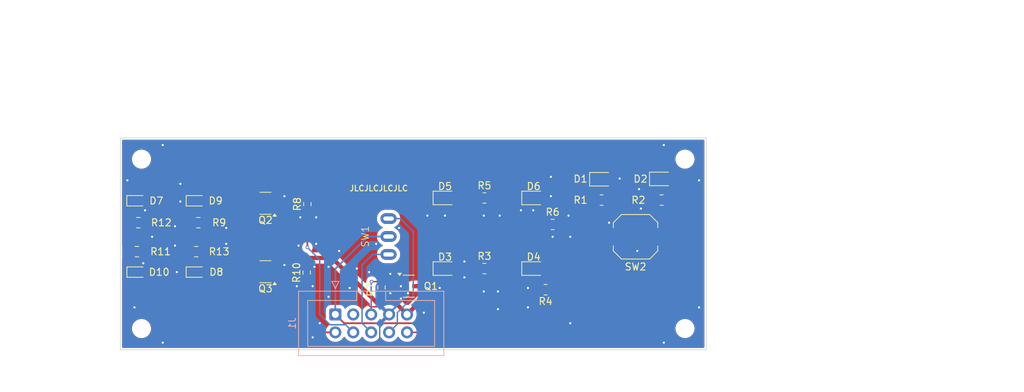
<source format=kicad_pcb>
(kicad_pcb (version 20221018) (generator pcbnew)

  (general
    (thickness 1.6)
  )

  (paper "A4")
  (layers
    (0 "F.Cu" signal)
    (31 "B.Cu" signal)
    (34 "B.Paste" user)
    (35 "F.Paste" user)
    (36 "B.SilkS" user "B.Silkscreen")
    (37 "F.SilkS" user "F.Silkscreen")
    (38 "B.Mask" user)
    (39 "F.Mask" user)
    (44 "Edge.Cuts" user)
    (45 "Margin" user)
    (46 "B.CrtYd" user "B.Courtyard")
    (47 "F.CrtYd" user "F.Courtyard")
    (48 "B.Fab" user)
    (49 "F.Fab" user)
  )

  (setup
    (stackup
      (layer "F.SilkS" (type "Top Silk Screen") (color "White"))
      (layer "F.Paste" (type "Top Solder Paste"))
      (layer "F.Mask" (type "Top Solder Mask") (color "Black") (thickness 0.01))
      (layer "F.Cu" (type "copper") (thickness 0.035))
      (layer "dielectric 1" (type "core") (thickness 1.51) (material "FR4") (epsilon_r 4.5) (loss_tangent 0.02))
      (layer "B.Cu" (type "copper") (thickness 0.035))
      (layer "B.Mask" (type "Bottom Solder Mask") (color "Black") (thickness 0.01))
      (layer "B.Paste" (type "Bottom Solder Paste"))
      (layer "B.SilkS" (type "Bottom Silk Screen") (color "White"))
      (copper_finish "None")
      (dielectric_constraints yes)
    )
    (pad_to_mask_clearance 0)
    (pcbplotparams
      (layerselection 0x00010fc_ffffffff)
      (plot_on_all_layers_selection 0x0000000_00000000)
      (disableapertmacros false)
      (usegerberextensions false)
      (usegerberattributes true)
      (usegerberadvancedattributes true)
      (creategerberjobfile true)
      (dashed_line_dash_ratio 12.000000)
      (dashed_line_gap_ratio 3.000000)
      (svgprecision 4)
      (plotframeref false)
      (viasonmask false)
      (mode 1)
      (useauxorigin false)
      (hpglpennumber 1)
      (hpglpenspeed 20)
      (hpglpendiameter 15.000000)
      (dxfpolygonmode true)
      (dxfimperialunits true)
      (dxfusepcbnewfont true)
      (psnegative false)
      (psa4output false)
      (plotreference true)
      (plotvalue true)
      (plotinvisibletext false)
      (sketchpadsonfab false)
      (subtractmaskfromsilk false)
      (outputformat 1)
      (mirror false)
      (drillshape 1)
      (scaleselection 1)
      (outputdirectory "")
    )
  )

  (net 0 "")
  (net 1 "/LED_PWR")
  (net 2 "Net-(D1-A)")
  (net 3 "Net-(D2-A)")
  (net 4 "Net-(D3-A)")
  (net 5 "Net-(D4-A)")
  (net 6 "Net-(D5-A)")
  (net 7 "Net-(D6-A)")
  (net 8 "Net-(D7-K)")
  (net 9 "Net-(D7-A)")
  (net 10 "Net-(D8-K)")
  (net 11 "Net-(D10-A)")
  (net 12 "Net-(D9-K)")
  (net 13 "Net-(D10-K)")
  (net 14 "+3V3")
  (net 15 "/Open")
  (net 16 "unconnected-(J1-Pin_3-Pad3)")
  (net 17 "/Fault")
  (net 18 "/PWM_1")
  (net 19 "/Unlock")
  (net 20 "GND")
  (net 21 "/Lock")
  (net 22 "VBUS")
  (net 23 "/Video")

  (footprint "LED_SMD:LED_0805_2012Metric" (layer "F.Cu") (at 165.1775 109.845))

  (footprint "Package_TO_SOT_SMD:SOT-23-3" (layer "F.Cu") (at 117.5625 122.95 180))

  (footprint "Capacitor_SMD:C_0805_2012Metric" (layer "F.Cu") (at 107.75 120.1 180))

  (footprint "LED_SMD:LED_0805_2012Metric" (layer "F.Cu") (at 155.5625 122.5))

  (footprint "MountingHole:MountingHole_2.2mm_M2" (layer "F.Cu") (at 177 107))

  (footprint "Resistor_SMD:R_0603_1608Metric" (layer "F.Cu") (at 134 125.175 -90))

  (footprint "Resistor_SMD:R_0805_2012Metric" (layer "F.Cu") (at 165.1875 112.8))

  (footprint "Resistor_SMD:R_0603_1608Metric" (layer "F.Cu") (at 123.5 113.375 90))

  (footprint "NiasStuff:SW_SPDT_YUEN-FUNG_ST-0-103-A01-T000-RS" (layer "F.Cu") (at 135 117.96 90))

  (footprint "Resistor_SMD:R_0603_1608Metric" (layer "F.Cu") (at 123.4 123.075 90))

  (footprint "Package_TO_SOT_SMD:SOT-23-3" (layer "F.Cu") (at 137.8625 125))

  (footprint "Capacitor_SMD:C_0805_2012Metric" (layer "F.Cu") (at 99.55 116 180))

  (footprint "Resistor_SMD:R_0805_2012Metric" (layer "F.Cu") (at 158.25 116.25 180))

  (footprint "Resistor_SMD:R_0805_2012Metric" (layer "F.Cu") (at 148.5875 112.5 180))

  (footprint "MountingHole:MountingHole_2.2mm_M2" (layer "F.Cu") (at 100 107))

  (footprint "LED_SMD:LED_0603_1608Metric" (layer "F.Cu") (at 107.8125 112.9))

  (footprint "Resistor_SMD:R_0805_2012Metric" (layer "F.Cu") (at 173.6875 112.8))

  (footprint "Capacitor_SMD:C_0805_2012Metric" (layer "F.Cu") (at 108.05 116 180))

  (footprint "MountingHole:MountingHole_2.2mm_M2" (layer "F.Cu") (at 177 131))

  (footprint "LED_SMD:LED_0805_2012Metric" (layer "F.Cu") (at 143 112.5))

  (footprint "LED_SMD:LED_0603_1608Metric" (layer "F.Cu") (at 107.8125 123))

  (footprint "LED_SMD:LED_0805_2012Metric" (layer "F.Cu") (at 143 122.5))

  (footprint "Package_TO_SOT_SMD:SOT-23-3" (layer "F.Cu") (at 117.5625 113.25 180))

  (footprint "LED_SMD:LED_0603_1608Metric" (layer "F.Cu") (at 99.4125 123))

  (footprint "LED_SMD:LED_0603_1608Metric" (layer "F.Cu") (at 99.4 112.9))

  (footprint "Resistor_SMD:R_0805_2012Metric" (layer "F.Cu") (at 157.25 125.5 180))

  (footprint "Capacitor_SMD:C_0805_2012Metric" (layer "F.Cu") (at 99.35 120.1 180))

  (footprint "Button_Switch_SMD:SW_Push_1TS009xxxx-xxxx-xxxx_6x6x5mm" (layer "F.Cu") (at 170 118 180))

  (footprint "Resistor_SMD:R_0805_2012Metric" (layer "F.Cu") (at 148.5875 122.5 180))

  (footprint "MountingHole:MountingHole_2.2mm_M2" (layer "F.Cu") (at 100 131))

  (footprint "LED_SMD:LED_0805_2012Metric" (layer "F.Cu") (at 173.6625 109.8))

  (footprint "LED_SMD:LED_0805_2012Metric" (layer "F.Cu") (at 155.5625 112.5))

  (footprint "Connector_IDC:IDC-Header_2x05_P2.54mm_Vertical" (layer "B.Cu") (at 127.46 129 -90))

  (gr_line (start 180 104) (end 97 104)
    (stroke (width 0.1) (type default)) (layer "Edge.Cuts") (tstamp 7a9866a1-3228-490b-89f0-29093fdc781f))
  (gr_line (start 97 134) (end 180 134)
    (stroke (width 0.1) (type default)) (layer "Edge.Cuts") (tstamp 9c54061d-b9db-4889-8a37-0f704138ae69))
  (gr_line (start 97 104) (end 97 134)
    (stroke (width 0.1) (type default)) (layer "Edge.Cuts") (tstamp ba37840a-a9e0-4563-8e1c-6a28be96d871))
  (gr_line (start 180 134) (end 180 104)
    (stroke (width 0.1) (type default)) (layer "Edge.Cuts") (tstamp bff93b9d-361e-4dc7-ab31-a2b74374b39c))
  (gr_line locked (start 94.5 127.3) (end 94.5 118.2)
    (stroke (width 0.1) (type default)) (layer "F.Fab") (tstamp 01f473ab-ae33-4893-a05b-0b6e912e51f3))
  (gr_line locked (start 112.8 127.3) (end 94.5 127.3)
    (stroke (width 0.1) (type default)) (layer "F.Fab") (tstamp 10ec0bed-7d0f-456f-8e05-181ac4def540))
  (gr_line locked (start 112.8 117.6) (end 112.8 108.4)
    (stroke (width 0.1) (type default)) (layer "F.Fab") (tstamp 11fb41da-818f-490a-b175-aac96680193b))
  (gr_line (start 80 84.5) (end 80 140)
    (stroke (width 0.1) (type default)) (layer "F.Fab") (tstamp 52e32d62-ae8b-4a27-97cf-81a36c237b9d))
  (gr_line locked (start 112.8 108.4) (end 94.5 108.4)
    (stroke (width 0.1) (type default)) (layer "F.Fab") (tstamp 6fd1228f-7804-4e32-82eb-e1718a5e9268))
  (gr_line locked (start 94.5 118.2) (end 112.8 118.2)
    (stroke (width 0.1) (type default)) (layer "F.Fab") (tstamp 7971d004-98b5-4778-8e8b-99aae17d396a))
  (gr_line (start 225 84.5) (end 80 84.5)
    (stroke (width 0.1) (type default)) (layer "F.Fab") (tstamp 7abcf492-68fd-4a40-a66e-0e895ac81b1f))
  (gr_line (start 225 140) (end 225 84.5)
    (stroke (width 0.1) (type default)) (layer "F.Fab") (tstamp 8b9c7c6b-a001-40d2-a2af-0c149095ab09))
  (gr_line locked (start 112.8 118.2) (end 112.8 127.3)
    (stroke (width 0.1) (type default)) (layer "F.Fab") (tstamp a1cc6437-ecfb-4631-b570-5c77a03e57b4))
  (gr_line locked (start 94.5 117.6) (end 112.8 117.6)
    (stroke (width 0.1) (type default)) (layer "F.Fab") (tstamp ddc49f83-9eb3-43fc-8af3-233b0d259f60))
  (gr_line (start 80 140) (end 225 140)
    (stroke (width 0.1) (type default)) (layer "F.Fab") (tstamp fc2c2adb-d59b-4217-9e53-8981410a0807))
  (gr_line locked (start 94.5 108.4) (end 94.5 117.6)
    (stroke (width 0.1) (type default)) (layer "F.Fab") (tstamp fe59d503-9d30-4109-9085-3c85fbc4820a))
  (gr_text "JLCJLCJLCJLC" (at 129.4 111.6) (layer "F.SilkS") (tstamp 9bcce69a-692e-4f6a-9803-bed61d3d8d7a)
    (effects (font (size 0.8 0.8) (thickness 0.15)) (justify left bottom))
  )

  (segment (start 161.405 109.845) (end 164.24 109.845) (width 0.6) (layer "F.Cu") (net 1) (tstamp 0e385fb7-8130-4174-9fcd-7b78814961cc))
  (segment (start 154.75 110.75) (end 160.5 110.75) (width 0.6) (layer "F.Cu") (net 1) (tstamp 1a9e2999-073e-4f48-8d92-89d213fde89b))
  (segment (start 142.0625 112.5) (end 142.0625 111.4375) (width 0.6) (layer "F.Cu") (net 1) (tstamp 294441ec-1f43-40e3-9289-1d12db522043))
  (segment (start 160.5 110.75) (end 161.405 109.845) (width 0.6) (layer "F.Cu") (net 1) (tstamp 32dc0188-2253-4711-9647-132595b3321d))
  (segment (start 142.0625 123.6875) (end 142.0625 122.5) (width 0.6) (layer "F.Cu") (net 1) (tstamp 3a16ec46-f4e3-4dd2-ad93-f8bbe6aab752))
  (segment (start 139 125) (end 140.75 125) (width 0.6) (layer "F.Cu") (net 1) (tstamp 44c09ab1-53b7-43a1-a2a9-6994d760284d))
  (segment (start 142.0625 122.5) (end 142.0625 112.5) (width 0.6) (layer "F.Cu") (net 1) (tstamp 522f1447-4eeb-485a-95e0-96c0c1e6b534))
  (segment (start 154.625 112.5) (end 154.625 110.875) (width 0.6) (layer "F.Cu") (net 1) (tstamp 5824f6e1-9be0-4848-a5cb-0c17631773bd))
  (segment (start 172.5 108.5) (end 172.725 108.725) (width 0.6) (layer "F.Cu") (net 1) (tstamp 84d72f00-47bd-4159-8d72-b6c532a64451))
  (segment (start 172.725 108.725) (end 172.725 109.8) (width 0.6) (layer "F.Cu") (net 1) (tstamp 89429186-445d-4dab-a964-50a54b11f118))
  (segment (start 154.625 110.875) (end 154.75 110.75) (width 0.6) (layer "F.Cu") (net 1) (tstamp 8bab29e2-50b5-4557-a81e-397b7c28936c))
  (segment (start 140.75 125) (end 142.0625 123.6875) (width 0.6) (layer "F.Cu") (net 1) (tstamp 9cb80f9a-465a-4767-b4d1-1d993abce4cb))
  (segment (start 164.24 109.845) (end 164.24 108.76) (width 0.6) (layer "F.Cu") (net 1) (tstamp a98aed03-ec53-478a-be4c-238dc02b1c46))
  (segment (start 164.24 108.76) (end 164.5 108.5) (width 0.6) (layer "F.Cu") (net 1) (tstamp b1989d57-5771-4866-9c42-412d02ccc6b4))
  (segment (start 154.625 112.5) (end 154.625 122.5) (width 0.6) (layer "F.Cu") (net 1) (tstamp c09ee833-013c-4fa4-8b1c-a47c62d839f5))
  (segment (start 164.5 108.5) (end 172.5 108.5) (width 0.6) (layer "F.Cu") (net 1) (tstamp dd510e74-687d-429f-8bdb-fc3a5d0b8ac0))
  (segment (start 142.0625 111.4375) (end 142.75 110.75) (width 0.6) (layer "F.Cu") (net 1) (tstamp f05a87e4-5650-4a1b-9120-789a31c67ade))
  (segment (start 142.75 110.75) (end 154.75 110.75) (width 0.6) (layer "F.Cu") (net 1) (tstamp f3324b6c-9b0f-4f25-91fd-ccb41a7ff7b5))
  (segment (start 166.115 109.845) (end 166.115 112.785) (width 0.6) (layer "F.Cu") (net 2) (tstamp 11bc4d1f-35b1-43b7-ae93-69cca48ee588))
  (segment (start 166.115 112.785) (end 166.1 112.8) (width 0.6) (layer "F.Cu") (net 2) (tstamp 99ce6f74-69da-44fb-aad9-970b68e0cfad))
  (segment (start 174.6 109.8) (end 174.6 112.8) (width 0.6) (layer "F.Cu") (net 3) (tstamp fb25bb50-e251-4eca-9df6-6fed91a99089))
  (segment (start 147.675 122.5) (end 143.9375 122.5) (width 0.6) (layer "F.Cu") (net 4) (tstamp 5ee1327c-7db3-4e08-8ee3-393b73df3c06))
  (segment (start 156.3375 123.9125) (end 156.3375 125.5) (width 0.6) (layer "F.Cu") (net 5) (tstamp 1716e2dc-17d3-47cc-af78-940e7718f9db))
  (segment (start 156.5 123.75) (end 156.3375 123.9125) (width 0.6) (layer "F.Cu") (net 5) (tstamp 9a27edc9-4c45-4d7b-beea-a8dcb6951c39))
  (segment (start 156.5 122.5) (end 156.5 123.75) (width 0.6) (layer "F.Cu") (net 5) (tstamp e2835e4a-c86b-40f1-ad60-f50fef310423))
  (segment (start 143.9375 112.5) (end 147.675 112.5) (width 0.6) (layer "F.Cu") (net 6) (tstamp 2c258aa3-74f2-43eb-a0ef-57a3d1c14d36))
  (segment (start 156.5 114.25) (end 156.5 112.5) (width 0.6) (layer "F.Cu") (net 7) (tstamp 3daace04-eb73-40d3-814a-a6871f49985d))
  (segment (start 157.3375 115.0875) (end 156.5 114.25) (width 0.6) (layer "F.Cu") (net 7) (tstamp bd5f941c-23c8-4da2-ba51-881e683a1866))
  (segment (start 157.3375 116.25) (end 157.3375 115.0875) (width 0.6) (layer "F.Cu") (net 7) (tstamp f991d4f0-e225-431b-9cfb-8ba5025c6dc0))
  (segment (start 98.6 112.9125) (end 98.6125 112.9) (width 0.6) (layer "F.Cu") (net 8) (tstamp 5b828790-9c81-4af7-86d2-4c3565edf14d))
  (segment (start 98.6 116) (end 98.6 112.9125) (width 0.6) (layer "F.Cu") (net 8) (tstamp 70fcae96-cd0d-4a52-ae08-81454694f6ba))
  (segment (start 100.1875 112.0625) (end 100.1875 112.9) (width 0.6) (layer "F.Cu") (net 9) (tstamp 02af9126-4adc-4c9b-914a-4b491f78e654))
  (segment (start 111.65 112.9) (end 108.6 112.9) (width 0.6) (layer "F.Cu") (net 9) (tstamp 15d5c3eb-5fc2-4e15-8602-99055dbed3ce))
  (segment (start 100.5 111.75) (end 100.1875 112.0625) (width 0.6) (layer "F.Cu") (net 9) (tstamp 208850d6-59dd-4fa6-932e-baca8807bb64))
  (segment (start 108.6 112.9) (end 108.6 112.35) (width 0.6) (layer "F.Cu") (net 9) (tstamp 38d2378f-44c7-4469-889d-8e544f2c4323))
  (segment (start 112 113.25) (end 111.65 112.9) (width 0.6) (layer "F.Cu") (net 9) (tstamp 7f9212bb-d860-414a-a7a4-d56cf0096bea))
  (segment (start 108.6 112.35) (end 108 111.75) (width 0.6) (layer "F.Cu") (net 9) (tstamp a099f2e4-a01f-49f2-a630-e21b254a2957))
  (segment (start 108 111.75) (end 100.5 111.75) (width 0.6) (layer "F.Cu") (net 9) (tstamp c0e058a6-e886-4007-946c-d6b0e4991c73))
  (segment (start 116.425 113.25) (end 112 113.25) (width 0.6) (layer "F.Cu") (net 9) (tstamp cd5bf8d0-11d1-490f-9cb3-a5e7b4f82472))
  (segment (start 107.025 122.025) (end 106.8 121.8) (width 0.6) (layer "F.Cu") (net 10) (tstamp 54d51afb-13fa-4b6e-998c-480e3d309cf6))
  (segment (start 107.025 123) (end 107.025 122.025) (width 0.6) (layer "F.Cu") (net 10) (tstamp ab0fb58e-d4db-41e2-98f4-20f9cdc7b67f))
  (segment (start 106.8 121.8) (end 106.8 120.1) (width 0.6) (layer "F.Cu") (net 10) (tstamp f488ea4f-2d8e-41c7-b418-771956deff9c))
  (segment (start 108 124.25) (end 100.75 124.25) (width 0.6) (layer "F.Cu") (net 11) (tstamp 061d4227-841b-4ee8-8028-c3a8fa6b0183))
  (segment (start 100.2 123.7) (end 100.2 123) (width 0.6) (layer "F.Cu") (net 11) (tstamp 1a003e4b-51b4-403d-8cc9-7a7187c0d823))
  (segment (start 108.6 123.65) (end 108 124.25) (width 0.6) (layer "F.Cu") (net 11) (tstamp 33f82c39-b53c-4204-be2c-78ce56c77386))
  (segment (start 116.425 122.95) (end 108.65 122.95) (width 0.6) (layer "F.Cu") (net 11) (tstamp 516de3fa-23b7-4a17-8cdb-23413d5f508e))
  (segment (start 108.6 123) (end 108.6 123.65) (width 0.6) (layer "F.Cu") (net 11) (tstamp 669bf05a-e7d4-486c-9350-d977a9f27a87))
  (segment (start 100.75 124.25) (end 100.2 123.7) (width 0.6) (layer "F.Cu") (net 11) (tstamp 9029083e-8894-4f27-9ce6-cce6d9b9ba9d))
  (segment (start 108.65 122.95) (end 108.6 123) (width 0.6) (layer "F.Cu") (net 11) (tstamp ca2aee9a-1a9c-4cf5-acd7-6db91228f083))
  (segment (start 107.1 112.975) (end 107.025 112.9) (width 0.6) (layer "F.Cu") (net 12) (tstamp 8c54c2df-a811-4bda-bed9-a7396058977d))
  (segment (start 107.1 116) (end 107.1 112.975) (width 0.6) (layer "F.Cu") (net 12) (tstamp e7c806b7-ca4c-44b8-bbdf-3b78bb958eab))
  (segment (start 98.625 121.875) (end 98.4 121.65) (width 0.6) (layer "F.Cu") (net 13) (tstamp 0652d381-bed5-4808-b811-b6f4670a91a2))
  (segment (start 98.625 123) (end 98.625 121.875) (width 0.6) (layer "F.Cu") (net 13) (tstamp 4f733506-bc02-4e48-ba38-3099d2c5f036))
  (segment (start 98.4 121.65) (end 98.4 120.1) (width 0.6) (layer "F.Cu") (net 13) (tstamp 96f2de27-a666-42a1-a061-ffc7ae8275d9))
  (segment (start 159.5 130.25) (end 167 122.75) (width 0.25) (layer "F.Cu") (net 14) (tstamp 6e2252e9-5af0-49de-985c-fe5e8bdd5bcc))
  (segment (start 128.71 130.25) (end 159.5 130.25) (width 0.25) (layer "F.Cu") (net 14) (tstamp 82e22571-bd4a-4553-9b29-8452f60c4cce))
  (segment (start 127.46 129) (end 128.71 130.25) (width 0.25) (layer "F.Cu") (net 14) (tstamp a210d50b-62ab-4308-98c1-8ef023e57d6b))
  (segment (start 167 122.75) (end 167 118) (width 0.25) (layer "F.Cu") (net 14) (tstamp eb95107f-af06-46b6-a7eb-91d7d01b6cac))
  (segment (start 127.46 129) (end 127.46 122.54) (width 0.25) (layer "B.Cu") (net 14) (tstamp 8fac3468-e376-4742-8554-1072fd3103d9))
  (segment (start 127.46 122.54) (end 132.04 117.96) (width 0.25) (layer "B.Cu") (net 14) (tstamp b9dc9103-a9a8-4166-98b9-45afad94a418))
  (segment (start 132.04 117.96) (end 135 117.96) (width 0.25) (layer "B.Cu") (net 14) (tstamp edf601da-22e8-400a-a8e5-3a1c33c865cb))
  (segment (start 123.5 119.5) (end 123.5 114.2) (width 0.25) (layer "F.Cu") (net 15) (tstamp c612ce0d-e727-4bf2-97fb-0fa6680ff89c))
  (segment (start 123.5 114.2) (end 118.7 114.2) (width 0.25) (layer "F.Cu") (net 15) (tstamp f7326d73-d2b3-459f-a2a8-2f4af2601d35))
  (via (at 123.5 119.5) (size 0.5) (drill 0.3) (layers "F.Cu" "B.Cu") (net 15) (tstamp 93a93fe9-bce7-4ab1-b206-c3355e633cf6))
  (segment (start 126.713 130.463) (end 128.923 130.463) (width 0.2) (layer "B.Cu") (net 15) (tstamp 0ff55158-1945-4e96-9aff-0dd038953d9b))
  (segment (start 125.25 121.25) (end 125.25 129) (width 0.2) (layer "B.Cu") (net 15) (tstamp 144f8476-ab73-41c9-aedc-a38656e6bf38))
  (segment (start 128.923 130.463) (end 130 131.54) (width 0.2) (layer "B.Cu") (net 15) (tstamp b5db4c53-fc18-44c8-9655-53d65d0b45e2))
  (segment (start 123.5 119.5) (end 125.25 121.25) (width 0.2) (layer "B.Cu") (net 15) (tstamp c8590dab-4f86-4ed7-b952-6bfcdb4152bb))
  (segment (start 125.25 129) (end 126.713 130.463) (width 0.2) (layer "B.Cu") (net 15) (tstamp e2dd1105-4bb2-4e18-b3cc-318006f9e6ad))
  (segment (start 125.04 131.54) (end 123.4 129.9) (width 0.25) (layer "F.Cu") (net 17) (tstamp 3500a81b-e414-4ed4-b3af-bda6a6bba304))
  (segment (start 123.4 123.9) (end 118.7 123.9) (width 0.25) (layer "F.Cu") (net 17) (tstamp 3983cbb3-c1e3-481a-a044-42a05c5b2095))
  (segment (start 127.46 131.54) (end 125.04 131.54) (width 0.25) (layer "F.Cu") (net 17) (tstamp 6fef34db-09e0-448a-b729-486ab29c0866))
  (segment (start 123.4 129.9) (end 123.4 123.9) (width 0.25) (layer "F.Cu") (net 17) (tstamp 76dd7baf-758b-4ddb-aa86-bf6ac86e02ff))
  (segment (start 135.45 124.05) (end 136.725 124.05) (width 0.2) (layer "F.Cu") (net 18) (tstamp 2a998b7b-8022-4af7-9536-fc64ee139285))
  (segment (start 134 124.35) (end 135.15 124.35) (width 0.2) (layer "F.Cu") (net 18) (tstamp a61b1fe5-3314-4e94-9a38-a91296c467c7))
  (segment (start 132.6 124.35) (end 134 124.35) (width 0.2) (layer "F.Cu") (net 18) (tstamp a67691de-9006-4579-80f2-6063f89edd29))
  (segment (start 135.15 124.35) (end 135.45 124.05) (width 0.2) (layer "F.Cu") (net 18) (tstamp ec949223-0cd2-4354-aaaf-ad5300efbf01))
  (via (at 132.6 124.35) (size 0.5) (drill 0.3) (layers "F.Cu" "B.Cu") (net 18) (tstamp 4200934f-2bff-45fc-8b73-1905815152f5))
  (segment (start 132.6 124.35) (end 132.54 124.41) (width 0.2) (layer "B.Cu") (net 18) (tstamp 3842eee5-45ba-49c2-9a70-fe7397b7e12a))
  (segment (start 132.54 124.41) (end 132.54 129) (width 0.2) (layer "B.Cu") (net 18) (tstamp df6f9829-0b57-429c-9be6-f8c001667917))
  (segment (start 131.25 122) (end 131.25 130.25) (width 0.2) (layer "B.Cu") (net 19) (tstamp 4ec81029-e542-4247-97c1-ae74d78e9b65))
  (segment (start 131.25 130.25) (end 132.54 131.54) (width 0.2) (layer "B.Cu") (net 19) (tstamp 703cb4fc-ee5c-4e15-aadd-17ded8237f42))
  (segment (start 135 120.5) (end 132.75 120.5) (width 0.2) (layer "B.Cu") (net 19) (tstamp aadc92cf-4bdf-4b82-aaad-60ce819648e0))
  (segment (start 132.75 120.5) (end 131.25 122) (width 0.2) (layer "B.Cu") (net 19) (tstamp acbcdfb6-5817-42bc-9776-c95ef874ddd9))
  (segment (start 134.003 127.923) (end 132.423 127.923) (width 0.2) (layer "F.Cu") (net 20) (tstamp 85fb0d65-c4a5-462e-b69b-79998d5e8508))
  (segment (start 135.08 129) (end 134.003 127.923) (width 0.2) (layer "F.Cu") (net 20) (tstamp c1557758-f467-4d85-b806-245b3bfb7c11))
  (segment (start 132.423 127.923) (end 132 127.5) (width 0.2) (layer "F.Cu") (net 20) (tstamp e7746ef0-b698-40ba-aa99-57808eaed6d8))
  (via (at 120.25 122) (size 0.5) (drill 0.3) (layers "F.Cu" "B.Cu") (free) (net 20) (tstamp 012af38f-eac8-4b06-8b3f-575600d3c6cb))
  (via (at 112 119) (size 0.5) (drill 0.3) (layers "F.Cu" "B.Cu") (free) (net 20) (tstamp 070fc44b-3652-4de9-abc8-d2672ef4f657))
  (via (at 148.5 125.75) (size 0.5) (drill 0.3) (layers "F.Cu" "B.Cu") (free) (net 20) (tstamp 1fedce60-5759-4d5f-9796-2ac5b10182c4))
  (via (at 100.25 121.75) (size 0.5) (drill 0.3) (layers "F.Cu" "B.Cu") (free) (net 20) (tstamp 20bb90ca-f86b-4f99-b388-1278fec0b635))
  (via (at 140.5 115) (size 0.5) (drill 0.3) (layers "F.Cu" "B.Cu") (free) (net 20) (tstamp 23b46990-73a3-40ae-9cdf-8662755d1dac))
  (via (at 145.75 123.75) (size 0.5) (drill 0.3) (layers "F.Cu" "B.Cu") (free) (net 20) (tstamp 2685e1d4-90cb-4803-bc69-4bf4643a97b6))
  (via (at 140 128.75) (size 0.5) (drill 0.3) (layers "F.Cu" "B.Cu") (free) (net 20) (tstamp 2af59e8d-630e-423f-afb9-b00d957577ff))
  (via (at 103 133) (size 0.5) (drill 0.3) (layers "F.Cu" "B.Cu") (free) (net 20) (tstamp 32730bd7-64d2-4504-9143-f54932180642))
  (via (at 170.25 120) (size 0.5) (drill 0.3) (layers "F.Cu" "B.Cu") (free) (net 20) (tstamp 34983657-e975-4310-9dd6-f10c68b2bcdb))
  (via (at 122.5 115.25) (size 0.5) (drill 0.3) (layers "F.Cu" "B.Cu") (free) (net 20) (tstamp 380e6ad5-a41b-4e35-bd2a-ec9eb293a566))
  (via (at 160.75 118) (size 0.5) (drill 0.3) (layers "F.Cu" "B.Cu") (free) (net 20) (tstamp 391d5fe4-6bb5-46dd-9226-7b0229fe1202))
  (via (at 124.25 125) (size 0.5) (drill 0.3) (layers "F.Cu" "B.Cu") (free) (net 20) (tstamp 3d022262-bde6-4cc0-8543-70ea9869a1cc))
  (via (at 174 133) (size 0.5) (drill 0.3) (layers "F.Cu" "B.Cu") (free) (net 20) (tstamp 3eae38a5-2f8d-4a4d-8453-291319ec09b2))
  (via (at 153.75 114.25) (size 0.5) (drill 0.3) (layers "F.Cu" "B.Cu") (free) (net 20) (tstamp 42734ae5-6f89-4ee6-9d8d-4055a39371db))
  (via (at 148.5 115) (size 0.5) (drill 0.3) (layers "F.Cu" "B.Cu") (free) (net 20) (tstamp 45bddc84-beb8-4856-ba44-f4910c2c7276))
  (via (at 105 123) (size 0.5) (drill 0.3) (layers "F.Cu" "B.Cu") (free) (net 20) (tstamp 57481e91-8c10-4470-aa6e-ecb3b532c3e4))
  (via (at 105.5 110.5) (size 0.5) (drill 0.3) (layers "F.Cu" "B.Cu") (free) (net 20) (tstamp 5c10749b-b67f-4808-ab11-5077228a3660))
  (via (at 154.75 125.25) (size 0.5) (drill 0.3) (layers "F.Cu" "B.Cu") (free) (net 20) (tstamp 5d9a03fa-7be1-44c1-9733-0270259662ec))
  (via (at 160.5 115) (size 0.5) (drill 0.3) (layers "F.Cu" "B.Cu") (free) (net 20) (tstamp 5fc48d4e-8810-45e1-8a05-96510e9f7de9))
  (via (at 122.25 119.25) (size 0.5) (drill 0.3) (layers "F.Cu" "B.Cu") (free) (net 20) (tstamp 617a52f4-7e83-4dfb-a4a5-733e363a4cd1))
  (via (at 103 105) (size 0.5) (drill 0.3) (layers "F.Cu" "B.Cu") (free) (net 20) (tstamp 673a3999-d5f7-4913-a95e-90f269d60329))
  (via (at 158 109.5) (size 0.5) (drill 0.3) (layers "F.Cu" "B.Cu") (free) (net 20) (tstamp 677d03b3-9222-45b4-99c5-712ac043ac36))
  (via (at 137.75 126) (size 0.5) (drill 0.3) (layers "F.Cu" "B.Cu") (free) (net 20) (tstamp 680e82d7-6dbb-4f92-9c34-a4b4f51bf4f3))
  (via (at 174 105) (size 0.5) (drill 0.3) (layers "F.Cu" "B.Cu") (free) (net 20) (tstamp 68ab4ba5-dd82-4c05-ae01-82647daf30b1))
  (via (at 154.75 128) (size 0.5) (drill 0.3) (layers "F.Cu" "B.Cu") (free) (net 20) (tstamp 69824d1d-245a-4423-92a3-5cd57c30b301))
  (via (at 112 116.75) (size 0.5) (drill 0.3) (layers "F.Cu" "B.Cu") (free) (net 20) (tstamp 6a0afda9-b094-4f9c-bd10-d2a78f7db28b))
  (via (at 136.5 116.75) (size 0.5) (drill 0.3) (layers "F.Cu" "B.Cu") (free) (net 20) (tstamp 6a2bbc58-5214-463b-ac8c-3792dc2a019f))
  (via (at 155.5 114.25) (size 0.5) (drill 0.3) (layers "F.Cu" "B.Cu") (free) (net 20) (tstamp 6a5762d6-d2ed-4487-9e94-829e26f1b4f2))
  (via (at 160.75 130.25) (size 0.5) (drill 0.3) (layers "F.Cu" "B.Cu") (free) (net 20) (tstamp 737c2ab0-b42f-4b23-b9d4-0e5983a1607d))
  (via (at 170.5 111.25) (size 0.5) (drill 0.3) (layers "F.Cu" "B.Cu") (free) (net 20) (tstamp 76f8d738-fc30-4ce0-a90e-76d9df9ba488))
  (via (at 167.75 109.75) (size 0.5) (drill 0.3) (layers "F.Cu" "B.Cu") (free) (net 20) (tstamp 795a8298-10cc-4836-a10f-cbbfaabcab4f))
  (via (at 125.25 130.25) (size 0.5) (drill 0.3) (layers "F.Cu" "B.Cu") (free) (net 20) (tstamp 7e9d763c-f2fa-4e54-b4c8-fe1efde868e6))
  (via (at 150.5 125.75) (size 0.5) (drill 0.3) (layers "F.Cu" "B.Cu") (free) (net 20) (tstamp 7ebec805-e79d-4f08-baa9-cbead10c4600))
  (via (at 145.75 121.5) (size 0.5) (drill 0.3) (layers "F.Cu" "B.Cu") (free) (net 20) (tstamp 82bd92e5-b251-482c-adf7-99b0e9ec9be5))
  (via (at 132.25 123) (size 0.5) (drill 0.3) (layers "F.Cu" "B.Cu") (free) (net 20) (tstamp 85956bb6-da12-4459-95fd-ce4dff29bfa8))
  (via (at 135.25 126) (size 0.5) (drill 0.3) (layers "F.Cu" "B.Cu") (free) (net 20) (tstamp 86a04f36-3781-4086-9504-7ad811ebcac7))
  (via (at 135.25 123.25) (size 0.5) (drill 0.3) (layers "F.Cu" "B.Cu") (free) (net 20) (tstamp 90de27ba-cd62-4b63-bfc3-674bfbdb1630))
  (via (at 104.75 116.5) (size 0.5) (drill 0.3) (layers "F.Cu" "B.Cu") (free) (net 20) (tstamp 95cb5151-bcc8-4960-b9c8-3de79803748c))
  (via (at 143 115) (size 0.5) (drill 0.3) (layers "F.Cu" "B.Cu") (free) (net 20) (tstamp 96a5136c-db7b-4db7-b36e-067b4b0216a9))
  (via (at 100.5 114.25) (size 0.5) (drill 0.3) (layers "F.Cu" "B.Cu") (free) (net 20) (tstamp 9d4e8cec-96b7-4f5e-81e5-1996281b1a63))
  (via (at 105.5 113) (size 0.5) (drill 0.3) (layers "F.Cu" "B.Cu") (free) (net 20) (tstamp 9e0a15ef-bda7-4cb0-9a3e-32d8aa99a85b))
  (via (at 158.25 118) (size 0.5) (drill 0.3) (layers "F.Cu" "B.Cu") (free) (net 20) (tstamp 9e4ee291-1419-4a95-85ea-f5fe7c09a95c))
  (via (at 101.5 118) (size 0.5) (drill 0.3) (layers "F.Cu" "B.Cu") (free) (net 20) (tstamp 9ed04203-5979-476f-b1b8-faf8c60432ad))
  (via (at 179 128) (size 0.5) (drill 0.3) (layers "F.Cu" "B.Cu") (free) (net 20) (tstamp a5c7fa3e-e0d5-411e-99a6-6008f979d389))
  (via (at 126.5 126.5) (size 0.5) (drill 0.3) (layers "F.Cu" "B.Cu") (free) (net 20) (tstamp aeefd01c-33a5-430e-b2a6-7da72396116d))
  (via (at 120.25 112.25) (size 0.5) (drill 0.3) (layers "F.Cu" "B.Cu") (free) (net 20) (tstamp af95f3e8-f37e-4ac1-9c81-c3a069f1ae1d))
  (via (at 124.5 122.25) (size 0.5) (drill 0.3) (layers "F.Cu" "B.Cu") (free) (net 20) (tstamp b266b905-f401-4642-bf54-210e86691067))
  (via (at 136.75 126.75) (size 0.5) (drill 0.3) (layers "F.Cu" "B.Cu") (free) (net 20) (tstamp b38e6655-118d-4b51-84c7-69cea1c6c7af))
  (via (at 129.5 125.25) (size 0.5) (drill 0.3) (layers "F.Cu" "B.Cu") (free) (net 20) (tstamp b4947fe0-11be-473a-b7f7-e2fb7ce0886b))
  (via (at 104.75 119.25) (size 0.5) (drill 0.3) (layers "F.Cu" "B.Cu") (free) (net 20) (tstamp b838bf38-7058-49cc-bfcb-aa3bd3653c4c))
  (via (at 126.5 122.25) (size 0.5) (drill 0.3) (layers "F.Cu" "B.Cu") (free) (net 20) (tstamp bc55c013-0ba4-4a0f-a677-e4b047e79ec3))
  (via (at 150.75 115) (size 0.5) (drill 0.3) (layers "F.Cu" "B.Cu") (free) (net 20) (tstamp c09b97a2-57ad-4646-a6d2-b7c288a55213))
  (via (at 133.25 119) (size 0.5) (drill 0.3) (layers "F.Cu" "B.Cu") (free) (net 20) (tstamp c3a32836-7c17-4344-955e-9fe42de31c86))
  (via (at 142.25 125.25) (size 0.5) (drill 0.3) (layers "F.Cu" "B.Cu") (free) (net 20) (tstamp c84c86b3-d700-404a-82a6-a93d98159a10))
  (via (at 124.25 132.25) (size 0.5) (drill 0.3) (layers "F.Cu" "B.Cu") (free) (net 20) (tstamp d02fab80-7c08-4f2e-9930-90560ec95847))
  (via (at 99 128) (size 0.5) (drill 0.3) (layers "F.Cu" "B.Cu") (free) (net 20) (tstamp d32fe9bc-5392-4d00-a956-1f476c53a50d))
  (via (at 128 120) (size 0.5) (drill 0.3) (layers "F.Cu" "B.Cu") (free) (net 20) (tstamp d86fa749-9f1f-4751-9b92-3cab713aa920))
  (via (at 158 112.25) (size 0.5) (drill 0.3) (layers "F.Cu" "B.Cu") (free) (net 20) (tstamp d97ebe08-c023-4af1-a6be-68b21cb09d8a))
  (via (at 124.75 119) (size 0.5) (drill 0.3) (layers "F.Cu" "B.Cu") (free) (net 20) (tstamp dd12c5fa-7946-473a-99e7-0a178c2baf4d))
  (via (at 150.5 128.25) (size 0.5) (drill 0.3) (layers "F.Cu" "B.Cu") (free) (net 20) (tstamp e0a7ce3d-2c70-4682-ac27-1363b98ba655))
  (via (at 122 125) (size 0.5) (drill 0.3) (layers "F.Cu" "B.Cu") (free) (net 20) (tstamp e6a6e89b-93d2-4bfc-8c7e-c251ad706a30))
  (via (at 98 110) (size 0.5) (drill 0.3) (layers "F.Cu" "B.Cu") (free) (net 20) (tstamp e9fb1a45-5d36-418f-b593-af5702f466a7))
  (via (at 166.25 116) (size 0.5) (drill 0.3) (layers "F.Cu" "B.Cu") (free) (net 20) (tstamp ee0e2c3c-613e-4a66-8c08-aa572c546da1))
  (via (at 124.75 115.25) (size 0.5) (drill 0.3) (layers "F.Cu" "B.Cu") (free) (net 20) (tstamp ee5ca7ae-7440-4928-bf24-c235c18dc531))
  (via (at 130.5 122.5) (size 0.5) (drill 0.3) (layers "F.Cu" "B.Cu") (free) (net 20) (tstamp ef975703-a337-4a73-ad66-f9d36da5fb1f))
  (via (at 179 110) (size 0.5) (drill 0.3) (layers "F.Cu" "B.Cu") (free) (net 20) (tstamp f141f07a-2522-4904-9615-e6fa612d40f1))
  (via (at 136.75 125) (size 0.5) (drill 0.3) (layers "F.Cu" "B.Cu") (free) (net 20) (tstamp f373bae1-03e8-4b04-a5df-9070759cfc9e))
  (via (at 170.75 114) (size 0.5) (drill 0.3) (layers "F.Cu" "B.Cu") (free) (net 20) (tstamp f68e327c-2bdb-42a5-8bc6-4e0d24374105))
  (segment (start 133.75 130.33) (end 133.75 133) (width 0.2) (layer "B.Cu") (net 20) (tstamp 2a36f616-b2a6-4390-bf61-319af9ccfb4b))
  (segment (start 135.08 129) (end 133.75 130.33) (width 0.2) (layer "B.Cu") (net 20) (tstamp 307d47b1-d007-498b-97ae-ee0c7861e3e2))
  (segment (start 138.5 117.25) (end 138.5 126.5) (width 0.2) (layer "B.Cu") (net 21) (tstamp 0cf9991b-12e2-4482-a22b-dec13cc8f8b1))
  (segment (start 136.67 115.42) (end 138.5 117.25) (width 0.2) (layer "B.Cu") (net 21) (tstamp 14a23752-3ee4-4378-9eeb-d808863e3ccf))
  (segment (start 138.5 126.5) (end 136.25 128.75) (width 0.2) (layer "B.Cu") (net 21) (tstamp 4194295c-64c0-4d9b-828f-cfb24f5b3abb))
  (segment (start 136.25 130.37) (end 135.08 131.54) (width 0.2) (layer "B.Cu") (net 21) (tstamp 53128306-76d1-4e87-b7f7-c1fc6a74365b))
  (segment (start 136.25 128.75) (end 136.25 130.37) (width 0.2) (layer "B.Cu") (net 21) (tstamp 7a5e8bc6-d70d-42ed-88f7-909f841fbfbf))
  (segment (start 135 115.42) (end 136.67 115.42) (width 0.2) (layer "B.Cu") (net 21) (tstamp ec639433-fc26-4eff-82fe-1522d02b5f77))
  (segment (start 149.5 126.75) (end 139.87 126.75) (width 0.6) (layer "F.Cu") (net 22) (tstamp 0405d67e-8249-4f3e-8956-92d8b6e195f4))
  (segment (start 172.775 112.8) (end 168.95 112.8) (width 0.6) (layer "F.Cu") (net 22) (tstamp 0c4c1412-8d0f-4477-b8e8-19c50a4a4f9a))
  (segment (start 158.1625 126.3375) (end 157.75 126.75) (width 0.6) (layer "F.Cu") (net 22) (tstamp 1077872c-8c78-4417-9be9-44ad2de72f81))
  (segment (start 159.1625 116.25) (end 159.1625 120.3375) (width 0.6) (layer "F.Cu") (net 22) (tstamp 19b6ace8-88b8-4713-a7c8-7847c82bfca3))
  (segment (start 162.5 114.75) (end 161 116.25) (width 0.6) (layer "F.Cu") (net 22) (tstamp 1e91c287-e7f8-41ef-9327-dd717032ce08))
  (segment (start 103.25 117.75) (end 103.25 117) (width 0.6) (layer "F.Cu") (net 22) (tstamp 258be5ce-d72f-44a8-94e3-8b2b4246ee5d))
  (segment (start 149.5 122.5) (end 149.5 112.5) (width 0.6) (layer "F.Cu") (net 22) (tstamp 29fece22-005c-48bf-a567-a81f0805fc38))
  (segment (start 159.1625 120.3375) (end 158.1625 121.3375) (width 0.6) (layer "F.Cu") (net 22) (tstamp 3169bf4f-5e9e-4cbd-9d1c-f9966f811699))
  (segment (start 119 117.75) (end 122.25 121) (width 0.6) (layer "F.Cu") (net 22) (tstamp 329b0235-aae8-4558-816c-2b09a1e18209))
  (segment (start 103.25 117) (end 102.25 116) (width 0.6) (layer "F.Cu") (net 22) (tstamp 36c00e3a-0186-4d37-9f45-a081d4b4e156))
  (segment (start 100.3 120.1) (end 101.9 120.1) (width 0.6) (layer "F.Cu") (net 22) (tstamp 37a05b1f-e011-4015-a09c-cb228b570464))
  (segment (start 167 114.75) (end 164.25 114.75) (width 0.6) (layer "F.Cu") (net 22) (tstamp 3c3ed37f-0195-4d06-ba92-4e51e79b87e5))
  (segment (start 127 121) (end 133.25 127.25) (width 0.6) (layer "F.Cu") (net 22) (tstamp 4abc7aa6-e01a-4aa6-8fd5-c1b324a1bec3))
  (segment (start 157.75 126.75) (end 149.5 126.75) (width 0.6) (layer "F.Cu") (net 22) (tstamp 5b4c7294-5b65-4822-a924-6887def28fbd))
  (segment (start 158.1625 125.5) (end 158.1625 126.3375) (width 0.6) (layer "F.Cu") (net 22) (tstamp 5b90214c-c3d5-47fb-b207-96cd89558e69))
  (segment (start 133.25 127.25) (end 135.87 127.25) (width 0.6) (layer "F.Cu") (net 22) (tstamp 737ee060-2140-4af1-835e-117ac752c3d2))
  (segment (start 122.25 121) (end 127 121) (width 0.6) (layer "F.Cu") (net 22) (tstamp 78165d2a-b25f-432d-910b-4c08fd3fe206))
  (segment (start 108.75 117.75) (end 109 117.75) (width 0.6) (layer "F.Cu") (net 22) (tstamp 799ac55a-9edf-4051-8091-3ca616b82a6a))
  (segment (start 164.25 114.75) (end 162.5 114.75) (width 0.6) (layer "F.Cu") (net 22) (tstamp 7d39fc3b-7145-44a5-b545-eb1e480a03c3))
  (segment (start 109 117.75) (end 119 117.75) (width 0.6) (layer "F.Cu") (net 22) (tstamp 83fb400a-9dcc-49b7-bb81-3d08ff8850f6))
  (segment (start 103.25 118.75) (end 103.25 117.75) (width 0.6) (layer "F.Cu") (net 22) (tstamp 9329afa2-9d79-4cdb-ac70-184e0283df71))
  (segment (start 108.7 120.1) (end 108.7 117.8) (width 0.6) (layer "F.Cu") (net 22) (tstamp 97d3ef82-5983-4f3f-80dd-c8a35e580310))
  (segment (start 158.1625 121.3375) (end 158.1625 125.5) (width 0.6) (layer "F.Cu") (net 22) (tstamp 998663d9-ecec-44ac-8e56-6ddeb6d23871))
  (segment (start 161 116.25) (end 159.1625 116.25) (width 0.6) (layer "F.Cu") (net 22) (tstamp a4919c37-83c9-4c2a-ba58-b391f28851a9))
  (segment (start 164.275 112.8) (end 164.275 114.725) (width 0.6) (layer "F.Cu") (net 22) (tstamp a8418e03-abe2-4ec8-bc87-2bd93e1b62cc))
  (segment (start 135.87 127.25) (end 137.62 129) (width 0.6) (layer "F.Cu") (net 22) (tstamp af0b6f74-347d-44e2-b8df-d49674771d96))
  (segment (start 102.25 116) (end 100.5 116) (width 0.6) (layer "F.Cu") (net 22) (tstamp c788be2c-dc0f-4654-b5e8-40fa18b45977))
  (segment (start 108.7 117.8) (end 108.75 117.75) (width 0.6) (layer "F.Cu") (net 22) (tstamp c7b8bf5c-3bdf-49f9-a689-db1be8cff23a))
  (segment (start 109 116) (end 109 117.75) (width 0.6) (layer "F.Cu") (net 22) (tstamp ca24411f-a750-4b0d-b163-d71bd2ea823c))
  (segment (start 139.87 126.75) (end 137.62 129) (width 0.6) (layer "F.Cu") (net 22) (tstamp cbadb0a4-0017-42c6-9fe8-96af835538ca))
  (segment (start 149.5 122.5) (end 149.5 126.75) (width 0.6) (layer "F.Cu") (net 22) (tstamp cf2bc167-bc4d-4936-a9a9-8d966a5b5c17))
  (segment (start 101.9 120.1) (end 103.25 118.75) (width 0.6) (layer "F.Cu") (net 22) (tstamp e6d02548-ce33-4f2b-bf7e-0b939768334b))
  (segment (start 168.95 112.8) (end 167 114.75) (width 0.6) (layer "F.Cu") (net 22) (tstamp ef9367cc-59b7-4ecb-a88f-51ed2addb3ae))
  (segment (start 103.25 117.75) (end 108.75 117.75) (width 0.6) (layer "F.Cu") (net 22) (tstamp f60fc926-11a5-459d-9b4b-adabd38bdbca))
  (segment (start 164.275 114.725) (end 164.25 114.75) (width 0.6) (layer "F.Cu") (net 22) (tstamp fa390775-64be-42ad-afa3-7129a060bb9c))
  (segment (start 173 119.5) (end 160.96 131.54) (width 0.2) (layer "F.Cu") (net 23) (tstamp 7401f69c-f657-4eff-888f-d9489f857ae2))
  (segment (start 173 118) (end 173 119.5) (width 0.2) (layer "F.Cu") (net 23) (tstamp a9e1d55c-65b1-4b47-9834-fdd75f455b85))
  (segment (start 160.96 131.54) (end 137.62 131.54) (width 0.2) (layer "F.Cu") (net 23) (tstamp eec5f27b-a0a9-48d0-983d-efd90c88d5d0))

  (zone (net 20) (net_name "GND") (layers "F&B.Cu") (tstamp 6237236d-5378-4c5f-987a-0f343825845f) (hatch edge 0.5)
    (connect_pads (clearance 0.5))
    (min_thickness 0.25) (filled_areas_thickness no)
    (fill yes (thermal_gap 0.5) (thermal_bridge_width 0.5))
    (polygon
      (pts
        (xy 97 134)
        (xy 180 134)
        (xy 180 104)
        (xy 97 104)
      )
    )
    (filled_polygon
      (layer "F.Cu")
      (pts
        (xy 179.688539 104.274185)
        (xy 179.734294 104.326989)
        (xy 179.7455 104.3785)
        (xy 179.7455 133.6215)
        (xy 179.725815 133.688539)
        (xy 179.673011 133.734294)
        (xy 179.6215 133.7455)
        (xy 97.3785 133.7455)
        (xy 97.311461 133.725815)
        (xy 97.265706 133.673011)
        (xy 97.2545 133.6215)
        (xy 97.2545 130.942306)
        (xy 98.641828 130.942306)
        (xy 98.651613 131.172662)
        (xy 98.651614 131.17267)
        (xy 98.70019 131.398062)
        (xy 98.70019 131.398063)
        (xy 98.786157 131.612002)
        (xy 98.907048 131.808342)
        (xy 99.05938 131.981425)
        (xy 99.059384 131.981429)
        (xy 99.238765 132.126269)
        (xy 99.238766 132.12627)
        (xy 99.238769 132.126271)
        (xy 99.238772 132.126274)
        (xy 99.440063 132.238721)
        (xy 99.657462 132.315533)
        (xy 99.784272 132.337277)
        (xy 99.884706 132.354499)
        (xy 99.884715 132.3545)
        (xy 100.057534 132.3545)
        (xy 100.057535 132.3545)
        (xy 100.057536 132.354499)
        (xy 100.057553 132.354499)
        (xy 100.229734 132.339844)
        (xy 100.229737 132.339843)
        (xy 100.229739 132.339843)
        (xy 100.452869 132.281745)
        (xy 100.619228 132.206546)
        (xy 100.662965 132.186776)
        (xy 100.662967 132.186775)
        (xy 100.662967 132.186774)
        (xy 100.662971 132.186773)
        (xy 100.854 132.057659)
        (xy 101.020462 131.898119)
        (xy 101.157566 131.712742)
        (xy 101.26137 131.50686)
        (xy 101.328886 131.286397)
        (xy 101.358172 131.057694)
        (xy 101.348386 130.827332)
        (xy 101.29981 130.601938)
        (xy 101.213841 130.387994)
        (xy 101.092951 130.191657)
        (xy 100.94062 130.018575)
        (xy 100.940619 130.018574)
        (xy 100.940615 130.01857)
        (xy 100.761234 129.87373)
        (xy 100.761233 129.873729)
        (xy 100.559938 129.761279)
        (xy 100.342541 129.684468)
        (xy 100.34254 129.684467)
        (xy 100.342538 129.684467)
        (xy 100.342534 129.684466)
        (xy 100.342533 129.684466)
        (xy 100.115293 129.6455)
        (xy 100.115285 129.6455)
        (xy 99.942465 129.6455)
        (xy 99.942446 129.6455)
        (xy 99.770265 129.660155)
        (xy 99.547131 129.718254)
        (xy 99.337034 129.813223)
        (xy 99.337032 129.813224)
        (xy 99.196998 129.907872)
        (xy 99.150426 129.93935)
        (xy 99.145999 129.942342)
        (xy 98.97954 130.101878)
        (xy 98.842434 130.287257)
        (xy 98.73863 130.493138)
        (xy 98.671113 130.713606)
        (xy 98.641828 130.942306)
        (xy 97.2545 130.942306)
        (xy 97.2545 120.989995)
        (xy 97.274185 120.922956)
        (xy 97.326989 120.877201)
        (xy 97.396147 120.867257)
        (xy 97.459703 120.896282)
        (xy 97.484039 120.924899)
        (xy 97.557287 121.043655)
        (xy 97.563181 121.049549)
        (xy 97.596666 121.110872)
        (xy 97.5995 121.13723)
        (xy 97.5995 121.740191)
        (xy 97.599501 121.7402)
        (xy 97.608017 121.777518)
        (xy 97.610345 121.791217)
        (xy 97.614633 121.82926)
        (xy 97.627271 121.86538)
        (xy 97.631119 121.878735)
        (xy 97.639639 121.916061)
        (xy 97.65625 121.950554)
        (xy 97.66157 121.963397)
        (xy 97.674212 121.999525)
        (xy 97.694572 122.031927)
        (xy 97.701296 122.044093)
        (xy 97.71791 122.078589)
        (xy 97.741771 122.10851)
        (xy 97.749817 122.119849)
        (xy 97.770182 122.152259)
        (xy 97.770184 122.152262)
        (xy 97.788181 122.170259)
        (xy 97.821666 122.231582)
        (xy 97.8245 122.25794)
        (xy 97.8245 122.281683)
        (xy 97.806039 122.346779)
        (xy 97.749954 122.437706)
        (xy 97.74995 122.437715)
        (xy 97.729311 122.5)
        (xy 97.697064 122.597315)
        (xy 97.697064 122.597316)
        (xy 97.697063 122.597316)
        (xy 97.687 122.695818)
        (xy 97.687 123.304181)
        (xy 97.697063 123.402683)
        (xy 97.74995 123.562284)
        (xy 97.749955 123.562295)
        (xy 97.838216 123.705387)
        (xy 97.838219 123.705391)
        (xy 97.957108 123.82428)
        (xy 97.957112 123.824283)
        (xy 98.100204 123.912544)
        (xy 98.100207 123.912545)
        (xy 98.100213 123.912549)
        (xy 98.259815 123.965436)
        (xy 98.358326 123.9755)
        (xy 98.358331 123.9755)
        (xy 98.891669 123.9755)
        (xy 98.891674 123.9755)
        (xy 98.990185 123.965436)
        (xy 99.149787 123.912549)
        (xy 99.245723 123.853374)
        (xy 99.313113 123.834934)
        (xy 99.379777 123.855856)
        (xy 99.424547 123.909497)
        (xy 99.431708 123.931314)
        (xy 99.43964 123.966061)
        (xy 99.439641 123.966064)
        (xy 99.45625 124.000554)
        (xy 99.46157 124.013397)
        (xy 99.474212 124.049525)
        (xy 99.494572 124.081927)
        (xy 99.501296 124.094093)
        (xy 99.51791 124.128589)
        (xy 99.541771 124.15851)
        (xy 99.549817 124.169849)
        (xy 99.570182 124.202259)
        (xy 99.570184 124.202262)
        (xy 99.602174 124.234252)
        (xy 100.120184 124.752262)
        (xy 100.247738 124.879816)
        (xy 100.280148 124.90018)
        (xy 100.291479 124.908219)
        (xy 100.321413 124.932091)
        (xy 100.355905 124.948701)
        (xy 100.368057 124.955417)
        (xy 100.400478 124.975789)
        (xy 100.436613 124.988433)
        (xy 100.449458 124.993754)
        (xy 100.462387 124.99998)
        (xy 100.483936 125.010358)
        (xy 100.483937 125.010358)
        (xy 100.483939 125.010359)
        (xy 100.521255 125.018876)
        (xy 100.534606 125.022722)
        (xy 100.570745 125.035368)
        (xy 100.608797 125.039655)
        (xy 100.622475 125.041979)
        (xy 100.659805 125.0505)
        (xy 108.090194 125.0505)
        (xy 108.127517 125.041981)
        (xy 108.141211 125.039654)
        (xy 108.179255 125.035368)
        (xy 108.215392 125.022722)
        (xy 108.228726 125.018881)
        (xy 108.266061 125.01036)
        (xy 108.300561 124.993745)
        (xy 108.313398 124.988429)
        (xy 108.349519 124.97579)
        (xy 108.349518 124.97579)
        (xy 108.349522 124.975789)
        (xy 108.381939 124.955419)
        (xy 108.394103 124.948697)
        (xy 108.428587 124.932091)
        (xy 108.458515 124.908222)
        (xy 108.469847 124.900182)
        (xy 108.502262 124.879816)
        (xy 108.629816 124.752262)
        (xy 109.197826 124.184252)
        (xy 109.229816 124.152262)
        (xy 109.250182 124.119847)
        (xy 109.258222 124.108515)
        (xy 109.282091 124.078587)
        (xy 109.298698 124.0441)
        (xy 109.305419 124.031939)
        (xy 109.325789 123.999522)
        (xy 109.338429 123.963397)
        (xy 109.343745 123.950561)
        (xy 109.36036 123.916061)
        (xy 109.368881 123.878726)
        (xy 109.372719 123.865401)
        (xy 109.383869 123.833538)
        (xy 109.424592 123.776766)
        (xy 109.489546 123.751022)
        (xy 109.500908 123.7505)
        (xy 117.003186 123.7505)
        (xy 117.003194 123.7505)
        (xy 117.040069 123.747598)
        (xy 117.040071 123.747597)
        (xy 117.040073 123.747597)
        (xy 117.142306 123.717895)
        (xy 117.197898 123.701744)
        (xy 117.339365 123.618081)
        (xy 117.339364 123.618081)
        (xy 117.34608 123.61411)
        (xy 117.347155 123.615928)
        (xy 117.402032 123.594381)
        (xy 117.47055 123.608059)
        (xy 117.520796 123.656609)
        (xy 117.537 123.717895)
        (xy 117.537 124.115701)
        (xy 117.539901 124.152567)
        (xy 117.539902 124.152573)
        (xy 117.585754 124.310393)
        (xy 117.585755 124.310396)
        (xy 117.585756 124.310398)
        (xy 117.609179 124.350005)
        (xy 117.669417 124.451862)
        (xy 117.669423 124.45187)
        (xy 117.785629 124.568076)
        (xy 117.785633 124.568079)
        (xy 117.785635 124.568081)
        (xy 117.927102 124.651744)
        (xy 117.939934 124.655472)
        (xy 118.084926 124.697597)
        (xy 118.084929 124.697597)
        (xy 118.084931 124.697598)
        (xy 118.121806 124.7005)
        (xy 118.121814 124.7005)
        (xy 119.278186 124.7005)
        (xy 119.278194 124.7005)
        (xy 119.315069 124.697598)
        (xy 119.315071 124.697597)
        (xy 119.315073 124.697597)
        (xy 119.383592 124.67769)
        (xy 119.472898 124.651744)
        (xy 119.614365 124.568081)
        (xy 119.61437 124.568076)
        (xy 119.620628 124.561819)
        (xy 119.681951 124.528334)
        (xy 119.708309 124.5255)
        (xy 122.50848 124.5255)
        (xy 122.575519 124.545185)
        (xy 122.596161 124.561819)
        (xy 122.689811 124.655469)
        (xy 122.689813 124.65547)
        (xy 122.689815 124.655472)
        (xy 122.71465 124.670485)
        (xy 122.761837 124.72201)
        (xy 122.7745 124.776601)
        (xy 122.7745 129.817255)
        (xy 122.772775 129.832872)
        (xy 122.773061 129.832899)
        (xy 122.772326 129.840665)
        (xy 122.774439 129.907872)
        (xy 122.7745 129.911767)
        (xy 122.7745 129.939357)
        (xy 122.775003 129.943335)
        (xy 122.775918 129.954967)
        (xy 122.77729 129.998624)
        (xy 122.777291 129.998627)
        (xy 122.78288 130.017867)
        (xy 122.786824 130.036911)
        (xy 122.789336 130.056792)
        (xy 122.805414 130.097403)
        (xy 122.809197 130.108452)
        (xy 122.821381 130.150388)
        (xy 122.83158 130.167634)
        (xy 122.840138 130.185103)
        (xy 122.847514 130.203732)
        (xy 122.873181 130.23906)
        (xy 122.879593 130.248821)
        (xy 122.901828 130.286417)
        (xy 122.901833 130.286424)
        (xy 122.91599 130.30058)
        (xy 122.928627 130.315375)
        (xy 122.940406 130.331587)
        (xy 122.950574 130.339999)
        (xy 122.974057 130.359425)
        (xy 122.982698 130.367288)
        (xy 124.539197 131.923788)
        (xy 124.549022 131.936051)
        (xy 124.549243 131.935869)
        (xy 124.554211 131.941874)
        (xy 124.603222 131.987899)
        (xy 124.606021 131.990612)
        (xy 124.625522 132.010114)
        (xy 124.625526 132.010117)
        (xy 124.625529 132.01012)
        (xy 124.628702 132.012581)
        (xy 124.637574 132.020159)
        (xy 124.669418 132.050062)
        (xy 124.686976 132.059714)
        (xy 124.703235 132.070395)
        (xy 124.719064 132.082673)
        (xy 124.759155 132.100021)
        (xy 124.769626 132.105151)
        (xy 124.79218 132.11755)
        (xy 124.807902 132.126194)
        (xy 124.807904 132.126195)
        (xy 124.807908 132.126197)
        (xy 124.827316 132.13118)
        (xy 124.845719 132.137481)
        (xy 124.864101 132.145436)
        (xy 124.864102 132.145436)
        (xy 124.864104 132.145437)
        (xy 124.90725 132.15227)
        (xy 124.918672 132.154636)
        (xy 124.960981 132.1655)
        (xy 124.981016 132.1655)
        (xy 125.000414 132.167026)
        (xy 125.020194 132.170159)
        (xy 125.020195 132.17016)
        (xy 125.020195 132.170159)
        (xy 125.020196 132.17016)
        (xy 125.063675 132.16605)
        (xy 125.075344 132.1655)
        (xy 126.184773 132.1655)
        (xy 126.251812 132.185185)
        (xy 126.286348 132.218377)
        (xy 126.4215 132.411395)
        (xy 126.421505 132.411401)
        (xy 126.588599 132.578495)
        (xy 126.685384 132.646265)
        (xy 126.782165 132.714032)
        (xy 126.782167 132.714033)
        (xy 126.78217 132.714035)
        (xy 126.996337 132.813903)
        (xy 127.224592 132.875063)
        (xy 127.412918 132.891539)
        (xy 127.459999 132.895659)
        (xy 127.46 132.895659)
        (xy 127.460001 132.895659)
        (xy 127.499234 132.892226)
        (xy 127.695408 132.875063)
        (xy 127.923663 132.813903)
        (xy 128.13783 132.714035)
        (xy 128.331401 132.578495)
        (xy 128.498495 132.411401)
        (xy 128.628425 132.225842)
        (xy 128.683002 132.182217)
        (xy 128.7525 132.175023)
        (xy 128.814855 132.206546)
        (xy 128.831575 132.225842)
        (xy 128.9615 132.411395)
        (xy 128.961505 132.411401)
        (xy 129.128599 132.578495)
        (xy 129.225384 132.646265)
        (xy 129.322165 132.714032)
        (xy 129.322167 132.714033)
        (xy 129.32217 132.714035)
        (xy 129.536337 132.813903)
        (xy 129.764592 132.875063)
        (xy 129.952918 132.891539)
        (xy 129.999999 132.895659)
        (xy 130 132.895659)
        (xy 130.000001 132.895659)
        (xy 130.039234 132.892226)
        (xy 130.235408 132.875063)
        (xy 130.463663 132.813903)
        (xy 130.67783 132.714035)
        (xy 130.871401 132.578495)
        (xy 131.038495 132.411401)
        (xy 131.168425 132.225842)
        (xy 131.223002 132.182217)
        (xy 131.2925 132.175023)
        (xy 131.354855 132.206546)
        (xy 131.371575 132.225842)
        (xy 131.5015 132.411395)
        (xy 131.501505 132.411401)
        (xy 131.668599 132.578495)
        (xy 131.765384 132.646265)
        (xy 131.862165 132.714032)
        (xy 131.862167 132.714033)
        (xy 131.86217 132.714035)
        (xy 132.076337 132.813903)
        (xy 132.304592 132.875063)
        (xy 132.492918 132.891539)
        (xy 132.539999 132.895659)
        (xy 132.54 132.895659)
        (xy 132.540001 132.895659)
        (xy 132.579234 132.892226)
        (xy 132.775408 132.875063)
        (xy 133.003663 132.813903)
        (xy 133.21783 132.714035)
        (xy 133.411401 132.578495)
        (xy 133.578495 132.411401)
        (xy 133.708425 132.225842)
        (xy 133.763002 132.182217)
        (xy 133.8325 132.175023)
        (xy 133.894855 132.206546)
        (xy 133.911575 132.225842)
        (xy 134.0415 132.411395)
        (xy 134.041505 132.411401)
        (xy 134.208599 132.578495)
        (xy 134.305384 132.646265)
        (xy 134.402165 132.714032)
        (xy 134.402167 132.714033)
        (xy 134.40217 132.714035)
        (xy 134.616337 132.813903)
        (xy 134.844592 132.875063)
        (xy 135.032918 132.891539)
        (xy 135.079999 132.895659)
        (xy 135.08 132.895659)
        (xy 135.080001 132.895659)
        (xy 135.119234 132.892226)
        (xy 135.315408 132.875063)
        (xy 135.543663 132.813903)
        (xy 135.75783 132.714035)
        (xy 135.951401 132.578495)
        (xy 136.118495 132.411401)
        (xy 136.248425 132.225842)
        (xy 136.303002 132.182217)
        (xy 136.3725 132.175023)
        (xy 136.434855 132.206546)
        (xy 136.451575 132.225842)
        (xy 136.5815 132.411395)
        (xy 136.581505 132.411401)
        (xy 136.748599 132.578495)
        (xy 136.845384 132.646265)
        (xy 136.942165 132.714032)
        (xy 136.942167 132.714033)
        (xy 136.94217 132.714035)
        (xy 137.156337 132.813903)
        (xy 137.384592 132.875063)
        (xy 137.572918 132.891539)
        (xy 137.619999 132.895659)
        (xy 137.62 132.895659)
        (xy 137.620001 132.895659)
        (xy 137.659234 132.892226)
        (xy 137.855408 132.875063)
        (xy 138.083663 132.813903)
        (xy 138.29783 132.714035)
        (xy 138.491401 132.578495)
        (xy 138.658495 132.411401)
        (xy 138.794035 132.21783)
        (xy 138.796707 132.212097)
        (xy 138.842878 132.159658)
        (xy 138.909091 132.1405)
        (xy 160.912513 132.1405)
        (xy 160.928697 132.14156)
        (xy 160.96 132.145682)
        (xy 160.960001 132.145682)
        (xy 161.022293 132.137481)
        (xy 161.116762 132.125044)
        (xy 161.262841 132.064536)
        (xy 161.281704 132.050062)
        (xy 161.388282 131.968282)
        (xy 161.407509 131.943223)
        (xy 161.41819 131.931043)
        (xy 162.406927 130.942306)
        (xy 175.641828 130.942306)
        (xy 175.651613 131.172662)
        (xy 175.651614 131.17267)
        (xy 175.70019 131.398062)
        (xy 175.70019 131.398063)
        (xy 175.786157 131.612002)
        (xy 175.907048 131.808342)
        (xy 176.05938 131.981425)
        (xy 176.059384 131.981429)
        (xy 176.238765 132.126269)
        (xy 176.238766 132.12627)
        (xy 176.238769 132.126271)
        (xy 176.238772 132.126274)
        (xy 176.440063 132.238721)
        (xy 176.657462 132.315533)
        (xy 176.784272 132.337277)
        (xy 176.884706 132.354499)
        (xy 176.884715 132.3545)
        (xy 177.057534 132.3545)
        (xy 177.057535 132.3545)
        (xy 177.057536 132.354499)
        (xy 177.057553 132.354499)
        (xy 177.229734 132.339844)
        (xy 177.229737 132.339843)
        (xy 177.229739 132.339843)
        (xy 177.452869 132.281745)
        (xy 177.619228 132.206546)
        (xy 177.662965 132.186776)
        (xy 177.662967 132.186775)
        (xy 177.662967 132.186774)
        (xy 177.662971 132.186773)
        (xy 177.854 132.057659)
        (xy 178.020462 131.898119)
        (xy 178.157566 131.712742)
        (xy 178.26137 131.50686)
        (xy 178.328886 131.286397)
        (xy 178.358172 131.057694)
        (xy 178.348386 130.827332)
        (xy 178.29981 130.601938)
        (xy 178.213841 130.387994)
        (xy 178.092951 130.191657)
        (xy 177.94062 130.018575)
        (xy 177.940619 130.018574)
        (xy 177.940615 130.01857)
        (xy 177.761234 129.87373)
        (xy 177.761233 129.873729)
        (xy 177.559938 129.761279)
        (xy 177.342541 129.684468)
        (xy 177.34254 129.684467)
        (xy 177.342538 129.684467)
        (xy 177.342534 129.684466)
        (xy 177.342533 129.684466)
        (xy 177.115293 129.6455)
        (xy 177.115285 129.6455)
        (xy 176.942465 129.6455)
        (xy 176.942446 129.6455)
        (xy 176.770265 129.660155)
        (xy 176.547131 129.718254)
        (xy 176.337034 129.813223)
        (xy 176.337032 129.813224)
        (xy 176.196998 129.907872)
        (xy 176.150426 129.93935)
        (xy 176.145999 129.942342)
        (xy 175.97954 130.101878)
        (xy 175.842434 130.287257)
        (xy 175.73863 130.493138)
        (xy 175.671113 130.713606)
        (xy 175.641828 130.942306)
        (xy 162.406927 130.942306)
        (xy 173.391043 119.95819)
        (xy 173.403223 119.947509)
        (xy 173.428282 119.928282)
        (xy 173.524536 119.802841)
        (xy 173.585044 119.656762)
        (xy 173.593639 119.59147)
        (xy 173.621905 119.527575)
        (xy 173.680229 119.489103)
        (xy 173.682338 119.488478)
        (xy 173.873049 119.433909)
        (xy 174.053407 119.339698)
        (xy 174.211109 119.211109)
        (xy 174.339698 119.053407)
        (xy 174.433909 118.873049)
        (xy 174.489886 118.677418)
        (xy 174.5005 118.558037)
        (xy 174.500499 117.441964)
        (xy 174.489886 117.322582)
        (xy 174.433909 117.126951)
        (xy 174.339698 116.946593)
        (xy 174.268604 116.859403)
        (xy 174.211109 116.78889)
        (xy 174.053409 116.660304)
        (xy 174.05341 116.660304)
        (xy 174.053407 116.660302)
        (xy 173.873049 116.566091)
        (xy 173.873048 116.56609)
        (xy 173.873045 116.566089)
        (xy 173.747441 116.53015)
        (xy 173.677418 116.510114)
        (xy 173.677415 116.510113)
        (xy 173.677413 116.510113)
        (xy 173.611102 116.504217)
        (xy 173.558037 116.4995)
        (xy 173.558032 116.4995)
        (xy 172.441971 116.4995)
        (xy 172.441965 116.4995)
        (xy 172.441964 116.499501)
        (xy 172.430316 116.500536)
        (xy 172.322584 116.510113)
        (xy 172.126954 116.566089)
        (xy 172.105094 116.577508)
        (xy 171.946593 116.660302)
        (xy 171.946591 116.660303)
        (xy 171.94659 116.660304)
        (xy 171.78889 116.78889)
        (xy 171.662696 116.943657)
        (xy 171.660302 116.946593)
        (xy 171.619758 117.024211)
        (xy 171.566089 117.126954)
        (xy 171.52754 117.261681)
        (xy 171.518662 117.29271)
        (xy 171.510114 117.322583)
        (xy 171.510113 117.322586)
        (xy 171.4995 117.441966)
        (xy 171.4995 118.558028)
        (xy 171.499501 118.558034)
        (xy 171.510113 118.677415)
        (xy 171.566089 118.873045)
        (xy 171.56609 118.873048)
        (xy 171.566091 118.873049)
        (xy 171.660302 119.053407)
        (xy 171.660304 119.053409)
        (xy 171.78889 119.211109)
        (xy 171.852752 119.263181)
        (xy 171.946593 119.339698)
        (xy 172.036333 119.386574)
        (xy 172.086638 119.435058)
        (xy 172.102746 119.503046)
        (xy 172.07954 119.568949)
        (xy 172.066601 119.584162)
        (xy 160.747584 130.903181)
        (xy 160.686261 130.936666)
        (xy 160.659903 130.9395)
        (xy 159.996781 130.9395)
        (xy 159.929742 130.919815)
        (xy 159.883987 130.867011)
        (xy 159.874043 130.797853)
        (xy 159.903068 130.734297)
        (xy 159.923901 130.715178)
        (xy 159.926069 130.713603)
        (xy 159.931587 130.709594)
        (xy 159.959438 130.675926)
        (xy 159.967279 130.667309)
        (xy 167.383786 123.250802)
        (xy 167.396048 123.24098)
        (xy 167.395865 123.240759)
        (xy 167.401868 123.235791)
        (xy 167.401877 123.235786)
        (xy 167.447934 123.186739)
        (xy 167.450582 123.184006)
        (xy 167.47012 123.16447)
        (xy 167.47257 123.16131)
        (xy 167.480154 123.152429)
        (xy 167.510062 123.120582)
        (xy 167.519714 123.103023)
        (xy 167.530389 123.086772)
        (xy 167.542674 123.070936)
        (xy 167.56003 123.030825)
        (xy 167.565161 123.020354)
        (xy 167.586194 122.982098)
        (xy 167.586194 122.982097)
        (xy 167.586197 122.982092)
        (xy 167.59118 122.96268)
        (xy 167.597477 122.944291)
        (xy 167.605438 122.925895)
        (xy 167.61227 122.882748)
        (xy 167.614639 122.871316)
        (xy 167.625499 122.829022)
        (xy 167.6255 122.829017)
        (xy 167.6255 122.808983)
        (xy 167.627027 122.789582)
        (xy 167.63016 122.769804)
        (xy 167.62605 122.726324)
        (xy 167.6255 122.714655)
        (xy 167.6255 119.598236)
        (xy 167.645185 119.531197)
        (xy 167.697989 119.485442)
        (xy 167.715375 119.479025)
        (xy 167.873049 119.433909)
        (xy 168.053407 119.339698)
        (xy 168.211109 119.211109)
        (xy 168.339698 119.053407)
        (xy 168.433909 118.873049)
        (xy 168.489886 118.677418)
        (xy 168.5005 118.558037)
        (xy 168.500499 117.441964)
        (xy 168.489886 117.322582)
        (xy 168.433909 117.126951)
        (xy 168.339698 116.946593)
        (xy 168.268604 116.859403)
        (xy 168.211109 116.78889)
        (xy 168.053409 116.660304)
        (xy 168.05341 116.660304)
        (xy 168.053407 116.660302)
        (xy 167.873049 116.566091)
        (xy 167.873048 116.56609)
        (xy 167.873045 116.566089)
        (xy 167.747441 116.53015)
        (xy 167.677418 116.510114)
        (xy 167.677415 116.510113)
        (xy 167.677413 116.510113)
        (xy 167.611102 116.504217)
        (xy 167.558037 116.4995)
        (xy 167.558032 116.4995)
        (xy 166.441971 116.4995)
        (xy 166.441965 116.4995)
        (xy 166.441964 116.499501)
        (xy 166.430316 116.500536)
        (xy 166.322584 116.510113)
        (xy 166.126954 116.566089)
        (xy 166.105094 116.577508)
        (xy 165.946593 116.660302)
        (xy 165.946591 116.660303)
        (xy 165.94659 116.660304)
        (xy 165.78889 116.78889)
        (xy 165.662696 116.943657)
        (xy 165.660302 116.946593)
        (xy 165.619758 117.024211)
        (xy 165.566089 117.126954)
        (xy 165.52754 117.261681)
        (xy 165.518662 117.29271)
        (xy 165.510114 117.322583)
        (xy 165.510113 117.322586)
        (xy 165.4995 117.441966)
        (xy 165.4995 118.558028)
        (xy 165.499501 118.558034)
        (xy 165.510113 118.677415)
        (xy 165.566089 118.873045)
        (xy 165.56609 118.873048)
        (xy 165.566091 118.873049)
        (xy 165.660302 119.053407)
        (xy 165.660304 119.053409)
        (xy 165.78889 119.211109)
        (xy 165.852752 119.263181)
        (xy 165.946593 119.339698)
        (xy 166.126951 119.433909)
        (xy 166.126953 119.433909)
        (xy 166.126954 119.43391)
        (xy 166.144319 119.438878)
        (xy 166.284614 119.479022)
        (xy 166.343649 119.516387)
        (xy 166.373113 119.57974)
        (xy 166.3745 119.598236)
        (xy 166.3745 122.439547)
        (xy 166.354815 122.506586)
        (xy 166.338181 122.527228)
        (xy 159.277228 129.588181)
        (xy 159.215905 129.621666)
        (xy 159.189547 129.6245)
        (xy 139.012407 129.6245)
        (xy 138.945368 129.604815)
        (xy 138.899613 129.552011)
        (xy 138.889669 129.482853)
        (xy 138.892632 129.468407)
        (xy 138.904275 129.424952)
        (xy 138.955063 129.235408)
        (xy 138.975659 129)
        (xy 138.96271 128.852005)
        (xy 138.976476 128.783508)
        (xy 138.998554 128.753522)
        (xy 140.165259 127.586819)
        (xy 140.226582 127.553334)
        (xy 140.25294 127.5505)
        (xy 149.448085 127.5505)
        (xy 149.461969 127.55128)
        (xy 149.499998 127.555565)
        (xy 149.5 127.555565)
        (xy 149.500002 127.555565)
        (xy 149.538031 127.55128)
        (xy 149.551915 127.5505)
        (xy 157.840194 127.5505)
        (xy 157.877517 127.541981)
        (xy 157.891211 127.539654)
        (xy 157.929255 127.535368)
        (xy 157.965392 127.522722)
        (xy 157.978726 127.518881)
        (xy 158.016061 127.51036)
        (xy 158.050561 127.493745)
        (xy 158.063398 127.488429)
        (xy 158.099519 127.47579)
        (xy 158.099518 127.47579)
        (xy 158.099522 127.475789)
        (xy 158.131939 127.455419)
        (xy 158.144103 127.448697)
        (xy 158.178587 127.432091)
        (xy 158.208515 127.408222)
        (xy 158.219847 127.400182)
        (xy 158.252262 127.379816)
        (xy 158.379816 127.252262)
        (xy 158.760326 126.871752)
        (xy 158.792316 126.839762)
        (xy 158.812682 126.807347)
        (xy 158.820722 126.796015)
        (xy 158.844591 126.766087)
        (xy 158.861198 126.7316)
        (xy 158.867919 126.719439)
        (xy 158.888289 126.687022)
        (xy 158.900929 126.650897)
        (xy 158.906245 126.638061)
        (xy 158.92286 126.603561)
        (xy 158.931379 126.566231)
        (xy 158.935221 126.552897)
        (xy 158.947868 126.516755)
        (xy 158.947868 126.516749)
        (xy 158.948273 126.514981)
        (xy 158.948861 126.513916)
        (xy 158.95017 126.510177)
        (xy 158.950805 126.510399)
        (xy 158.981486 126.454882)
        (xy 159.017709 126.418659)
        (xy 159.017709 126.418658)
        (xy 159.017712 126.418656)
        (xy 159.109814 126.269334)
        (xy 159.164999 126.102797)
        (xy 159.1755 126.000009)
        (xy 159.175499 124.999992)
        (xy 159.174861 124.993751)
        (xy 159.164999 124.897203)
        (xy 159.164998 124.8972)
        (xy 159.159238 124.879818)
        (xy 159.109814 124.730666)
        (xy 159.017712 124.581344)
        (xy 158.999319 124.562951)
        (xy 158.965834 124.501628)
        (xy 158.963 124.47527)
        (xy 158.963 121.72044)
        (xy 158.982685 121.653401)
        (xy 158.999319 121.632759)
        (xy 159.792312 120.839766)
        (xy 159.792316 120.839762)
        (xy 159.81269 120.807335)
        (xy 159.82073 120.796006)
        (xy 159.831828 120.782091)
        (xy 159.844592 120.766086)
        (xy 159.861201 120.731594)
        (xy 159.867923 120.719431)
        (xy 159.888289 120.687022)
        (xy 159.900932 120.650891)
        (xy 159.906247 120.638056)
        (xy 159.92286 120.603561)
        (xy 159.931381 120.566226)
        (xy 159.935222 120.552892)
        (xy 159.947868 120.516755)
        (xy 159.952154 120.478711)
        (xy 159.954482 120.465012)
        (xy 159.959476 120.443132)
        (xy 159.963 120.427694)
        (xy 159.963 120.247305)
        (xy 159.963 117.27473)
        (xy 159.982685 117.207691)
        (xy 159.999319 117.187049)
        (xy 160.00382 117.182548)
        (xy 160.017712 117.168656)
        (xy 160.054259 117.109402)
        (xy 160.106207 117.062679)
        (xy 160.159798 117.0505)
        (xy 161.090194 117.0505)
        (xy 161.127517 117.041981)
        (xy 161.141211 117.039654)
        (xy 161.179255 117.035368)
        (xy 161.215392 117.022722)
        (xy 161.228726 117.018881)
        (xy 161.266061 117.01036)
        (xy 161.300561 116.993745)
        (xy 161.313398 116.988429)
        (xy 161.334289 116.981119)
        (xy 161.349522 116.975789)
        (xy 161.381939 116.955419)
        (xy 161.394103 116.948697)
        (xy 161.428587 116.932091)
        (xy 161.458515 116.908222)
        (xy 161.469847 116.900182)
        (xy 161.502262 116.879816)
        (xy 161.629816 116.752262)
        (xy 162.795259 115.586819)
        (xy 162.856582 115.553334)
        (xy 162.88294 115.5505)
        (xy 167.090194 115.5505)
        (xy 167.127517 115.541981)
        (xy 167.141211 115.539654)
        (xy 167.179255 115.535368)
        (xy 167.215392 115.522722)
        (xy 167.228726 115.518881)
        (xy 167.266061 115.51036)
        (xy 167.300561 115.493745)
        (xy 167.313398 115.488429)
        (xy 167.349519 115.47579)
        (xy 167.349518 115.47579)
        (xy 167.349522 115.475789)
        (xy 167.381939 115.455419)
        (xy 167.394103 115.448697)
        (xy 167.428587 115.432091)
        (xy 167.458515 115.408222)
        (xy 167.469847 115.400182)
        (xy 167.502262 115.379816)
        (xy 167.629816 115.252262)
        (xy 169.245259 113.636819)
        (xy 169.306582 113.603334)
        (xy 169.33294 113.6005)
        (xy 171.777702 113.6005)
        (xy 171.844741 113.620185)
        (xy 171.883239 113.659401)
        (xy 171.919788 113.718656)
        (xy 172.043844 113.842712)
        (xy 172.193166 113.934814)
        (xy 172.359703 113.989999)
        (xy 172.462491 114.0005)
        (xy 173.087508 114.000499)
        (xy 173.087516 114.000498)
        (xy 173.087519 114.000498)
        (xy 173.153596 113.993748)
        (xy 173.190297 113.989999)
        (xy 173.356834 113.934814)
        (xy 173.506156 113.842712)
        (xy 173.599819 113.749049)
        (xy 173.661142 113.715564)
        (xy 173.730834 113.720548)
        (xy 173.775181 113.749049)
        (xy 173.868844 113.842712)
        (xy 174.018166 113.934814)
        (xy 174.184703 113.989999)
        (xy 174.287491 114.0005)
        (xy 174.912508 114.000499)
        (xy 174.912516 114.000498)
        (xy 174.912519 114.000498)
        (xy 174.978596 113.993748)
        (xy 175.015297 113.989999)
        (xy 175.181834 113.934814)
        (xy 175.331156 113.842712)
        (xy 175.455212 113.718656)
        (xy 175.547314 113.569334)
        (xy 175.602499 113.402797)
        (xy 175.613 113.300009)
        (xy 175.612999 112.299992)
        (xy 175.612328 112.293427)
        (xy 175.602499 112.197203)
        (xy 175.602498 112.1972)
        (xy 175.59757 112.182328)
        (xy 175.547314 112.030666)
        (xy 175.455212 111.881344)
        (xy 175.436819 111.862951)
        (xy 175.403334 111.801628)
        (xy 175.4005 111.77527)
        (xy 175.4005 110.803341)
        (xy 175.420185 110.736302)
        (xy 175.427237 110.726426)
        (xy 175.431518 110.72101)
        (xy 175.431526 110.721003)
        (xy 175.522862 110.572925)
        (xy 175.577587 110.407775)
        (xy 175.588 110.305848)
        (xy 175.588 109.294152)
        (xy 175.577587 109.192225)
        (xy 175.522862 109.027075)
        (xy 175.522858 109.027069)
        (xy 175.522857 109.027066)
        (xy 175.431528 108.879)
        (xy 175.431525 108.878996)
        (xy 175.308503 108.755974)
        (xy 175.308499 108.755971)
        (xy 175.160433 108.664642)
        (xy 175.160427 108.664639)
        (xy 175.160425 108.664638)
        (xy 175.070398 108.634806)
        (xy 174.995276 108.609913)
        (xy 174.893355 108.5995)
        (xy 174.893348 108.5995)
        (xy 174.306652 108.5995)
        (xy 174.306644 108.5995)
        (xy 174.204723 108.609913)
        (xy 174.039577 108.664637)
        (xy 174.039566 108.664642)
        (xy 173.8915 108.755971)
        (xy 173.891496 108.755974)
        (xy 173.768474 108.878996)
        (xy 173.768471 108.879)
        (xy 173.768038 108.879703)
        (xy 173.767614 108.880083)
        (xy 173.763993 108.884664)
        (xy 173.76321 108.884045)
        (xy 173.71609 108.926428)
        (xy 173.647128 108.937649)
        (xy 173.583046 108.909806)
        (xy 173.561156 108.884543)
        (xy 173.561006 108.884663)
        (xy 173.558357 108.881313)
        (xy 173.556962 108.879703)
        (xy 173.556529 108.879001)
        (xy 173.552233 108.873568)
        (xy 173.526093 108.808773)
        (xy 173.5255 108.796658)
        (xy 173.5255 108.634807)
        (xy 173.5255 108.634806)
        (xy 173.51698 108.597479)
        (xy 173.514654 108.58379)
        (xy 173.510368 108.545745)
        (xy 173.497725 108.509612)
        (xy 173.493876 108.496249)
        (xy 173.485361 108.458941)
        (xy 173.468753 108.424455)
        (xy 173.463431 108.411606)
        (xy 173.459546 108.400506)
        (xy 173.450789 108.375478)
        (xy 173.430424 108.343067)
        (xy 173.423696 108.330894)
        (xy 173.407091 108.296412)
        (xy 173.40709 108.296411)
        (xy 173.383225 108.266486)
        (xy 173.375186 108.255157)
        (xy 173.354816 108.222738)
        (xy 173.227262 108.095184)
        (xy 173.034252 107.902174)
        (xy 173.034251 107.902173)
        (xy 173.002262 107.870184)
        (xy 173.002257 107.870181)
        (xy 172.969849 107.849817)
        (xy 172.95851 107.841771)
        (xy 172.928589 107.81791)
        (xy 172.894093 107.801296)
        (xy 172.881927 107.794572)
        (xy 172.849524 107.774212)
        (xy 172.849525 107.774212)
        (xy 172.842652 107.771807)
        (xy 172.813393 107.761568)
        (xy 172.800554 107.75625)
        (xy 172.766061 107.739639)
        (xy 172.728735 107.731119)
        (xy 172.71538 107.727271)
        (xy 172.67926 107.714633)
        (xy 172.679256 107.714632)
        (xy 172.679255 107.714632)
        (xy 172.661139 107.71259)
        (xy 172.641217 107.710345)
        (xy 172.627518 107.708017)
        (xy 172.5902 107.699501)
        (xy 172.590196 107.6995)
        (xy 172.590194 107.6995)
        (xy 172.544954 107.6995)
        (xy 164.590195 107.6995)
        (xy 164.409806 107.6995)
        (xy 164.402334 107.701205)
        (xy 164.372478 107.708018)
        (xy 164.358781 107.710345)
        (xy 164.320743 107.714632)
        (xy 164.284621 107.727271)
        (xy 164.271269 107.731118)
        (xy 164.237099 107.738918)
        (xy 164.233944 107.739639)
        (xy 164.233935 107.739641)
        (xy 164.19944 107.756251)
        (xy 164.186605 107.761568)
        (xy 164.15048 107.77421)
        (xy 164.150476 107.774212)
        (xy 164.118067 107.794575)
        (xy 164.105903 107.801297)
        (xy 164.071417 107.817905)
        (xy 164.041482 107.841777)
        (xy 164.030145 107.84982)
        (xy 163.997741 107.870181)
        (xy 163.997739 107.870182)
        (xy 163.610186 108.257735)
        (xy 163.610183 108.257739)
        (xy 163.589816 108.290152)
        (xy 163.581772 108.301488)
        (xy 163.55791 108.33141)
        (xy 163.5413 108.3659)
        (xy 163.534577 108.378064)
        (xy 163.514212 108.410476)
        (xy 163.514208 108.410483)
        (xy 163.501565 108.446613)
        (xy 163.496247 108.459452)
        (xy 163.479639 108.493939)
        (xy 163.471118 108.531269)
        (xy 163.467271 108.544622)
        (xy 163.454632 108.580743)
        (xy 163.450345 108.618781)
        (xy 163.448018 108.632478)
        (xy 163.4395 108.669807)
        (xy 163.4395 108.841658)
        (xy 163.419815 108.908697)
        (xy 163.412767 108.918568)
        (xy 163.40847 108.924001)
        (xy 163.370478 108.985597)
        (xy 163.31853 109.032322)
        (xy 163.26494 109.0445)
        (xy 161.495194 109.0445)
        (xy 161.314806 109.0445)
        (xy 161.307334 109.046205)
        (xy 161.277478 109.053018)
        (xy 161.263781 109.055345)
        (xy 161.225743 109.059632)
        (xy 161.189622 109.072271)
        (xy 161.176269 109.076118)
        (xy 161.138939 109.084639)
        (xy 161.104452 109.101247)
        (xy 161.091613 109.106565)
        (xy 161.055483 109.119208)
        (xy 161.055476 109.119212)
        (xy 161.023064 109.139577)
        (xy 161.0109 109.1463)
        (xy 160.97641 109.16291)
        (xy 160.946488 109.186772)
        (xy 160.935152 109.194816)
        (xy 160.902739 109.215183)
        (xy 160.902735 109.215186)
        (xy 160.204741 109.913181)
        (xy 160.143418 109.946666)
        (xy 160.11706 109.9495)
        (xy 154.840195 109.9495)
        (xy 154.794954 109.9495)
        (xy 142.840194 109.9495)
        (xy 142.659806 109.9495)
        (xy 142.652334 109.951205)
        (xy 142.622478 109.958018)
        (xy 142.608781 109.960345)
        (xy 142.570743 109.964632)
        (xy 142.534621 109.977271)
        (xy 142.521269 109.981118)
        (xy 142.483935 109.989641)
        (xy 142.44944 110.006251)
        (xy 142.436605 110.011568)
        (xy 142.40048 110.02421)
        (xy 142.400476 110.024212)
        (xy 142.368067 110.044575)
        (xy 142.355903 110.051297)
        (xy 142.321414 110.067907)
        (xy 142.291486 110.091773)
        (xy 142.280153 110.099815)
        (xy 142.247734 110.120186)
        (xy 142.247732 110.120188)
        (xy 142.215749 110.152173)
        (xy 142.215748 110.152174)
        (xy 141.432686 110.935235)
        (xy 141.432683 110.935239)
        (xy 141.412316 110.967652)
        (xy 141.404272 110.978988)
        (xy 141.38041 111.00891)
        (xy 141.3638 111.0434)
        (xy 141.357077 111.055564)
        (xy 141.336712 111.087976)
        (xy 141.336708 111.087983)
        (xy 141.324065 111.124113)
        (xy 141.318747 111.136952)
        (xy 141.302139 111.171439)
        (xy 141.293618 111.208769)
        (xy 141.289771 111.222122)
        (xy 141.277132 111.258243)
        (xy 141.272845 111.296281)
        (xy 141.270518 111.309978)
        (xy 141.262 111.347307)
        (xy 141.262 111.496658)
        (xy 141.242315 111.563697)
        (xy 141.235267 111.573568)
        (xy 141.23097 111.579001)
        (xy 141.139642 111.727066)
        (xy 141.139637 111.727077)
        (xy 141.084913 111.892223)
        (xy 141.0745 111.994144)
        (xy 141.0745 113.005855)
        (xy 141.084913 113.107776)
        (xy 141.139637 113.272922)
        (xy 141.139642 113.272933)
        (xy 141.230969 113.420996)
        (xy 141.230972 113.420999)
        (xy 141.230974 113.421003)
        (xy 141.230975 113.421004)
        (xy 141.235263 113.426426)
        (xy 141.261406 113.491221)
        (xy 141.262 113.503341)
        (xy 141.262 121.496658)
        (xy 141.242315 121.563697)
        (xy 141.235267 121.573568)
        (xy 141.23097 121.579001)
        (xy 141.139642 121.727066)
        (xy 141.139637 121.727077)
        (xy 141.084913 121.892223)
        (xy 141.0745 121.994144)
        (xy 141.0745 123.005855)
        (xy 141.084913 123.107776)
        (xy 141.139637 123.272922)
        (xy 141.139642 123.272933)
        (xy 141.166509 123.31649)
        (xy 141.18495 123.383882)
        (xy 141.164028 123.450546)
        (xy 141.148652 123.469268)
        (xy 140.454741 124.163181)
        (xy 140.393418 124.196666)
        (xy 140.36706 124.1995)
        (xy 138.421798 124.1995)
        (xy 138.384932 124.202401)
        (xy 138.384926 124.202402)
        (xy 138.227106 124.248254)
        (xy 138.227103 124.248255)
        (xy 138.07892 124.33589)
        (xy 138.077845 124.334073)
        (xy 138.022948 124.35562)
        (xy 137.954432 124.341931)
        (xy 137.904194 124.293373)
        (xy 137.888 124.232104)
        (xy 137.888 123.834313)
        (xy 137.887999 123.8343)
        (xy 137.885098 123.797431)
        (xy 137.882995 123.790194)
        (xy 137.847943 123.669544)
        (xy 137.839244 123.639602)
        (xy 137.755581 123.498135)
        (xy 137.755579 123.498133)
        (xy 137.755576 123.498129)
        (xy 137.63937 123.381923)
        (xy 137.639362 123.381917)
        (xy 137.50792 123.304183)
        (xy 137.497898 123.298256)
        (xy 137.497897 123.298255)
        (xy 137.497896 123.298255)
        (xy 137.497893 123.298254)
        (xy 137.340073 123.252402)
        (xy 137.340067 123.252401)
        (xy 137.303201 123.2495)
        (xy 137.303194 123.2495)
        (xy 136.146806 123.2495)
        (xy 136.146798 123.2495)
        (xy 136.109932 123.252401)
        (xy 136.109926 123.252402)
        (xy 135.952106 123.298254)
        (xy 135.952103 123.298255)
        (xy 135.810637 123.381917)
        (xy 135.810629 123.381923)
        (xy 135.779374 123.41318)
        (xy 135.718052 123.446666)
        (xy 135.691692 123.4495)
        (xy 135.497487 123.4495)
        (xy 135.481302 123.448439)
        (xy 135.45 123.444318)
        (xy 135.410639 123.4495)
        (xy 135.293239 123.464955)
        (xy 135.293237 123.464956)
        (xy 135.147157 123.525464)
        (xy 135.021718 123.621716)
        (xy 135.002492 123.646771)
        (xy 134.991801 123.658961)
        (xy 134.970891 123.679871)
        (xy 134.909568 123.713356)
        (xy 134.839876 123.708372)
        (xy 134.795529 123.679871)
        (xy 134.710188 123.59453)
        (xy 134.564606 123.506522)
        (xy 134.527604 123.494992)
        (xy 134.402196 123.455914)
        (xy 134.402194 123.455913)
        (xy 134.402192 123.455913)
        (xy 134.352778 123.451423)
        (xy 134.331616 123.4495)
        (xy 133.668384 123.4495)
        (xy 133.649145 123.451248)
        (xy 133.597807 123.455913)
        (xy 133.435393 123.506522)
        (xy 133.289813 123.594529)
        (xy 133.173932 123.71041)
        (xy 133.112609 123.743894)
        (xy 133.042917 123.73891)
        (xy 133.020278 123.727721)
        (xy 132.927692 123.669545)
        (xy 132.927694 123.669545)
        (xy 132.768056 123.613685)
        (xy 132.600003 123.594751)
        (xy 132.599997 123.594751)
        (xy 132.431943 123.613685)
        (xy 132.272305 123.669545)
        (xy 132.272302 123.669547)
        (xy 132.129115 123.759518)
        (xy 132.129109 123.759523)
        (xy 132.009523 123.879109)
        (xy 132.009518 123.879115)
        (xy 131.919547 124.022302)
        (xy 131.919545 124.022305)
        (xy 131.863685 124.181943)
        (xy 131.844751 124.349997)
        (xy 131.844751 124.350005)
        (xy 131.851125 124.406583)
        (xy 131.83907 124.475405)
        (xy 131.79172 124.526784)
        (xy 131.72411 124.544407)
        (xy 131.657704 124.52268)
        (xy 131.640224 124.508146)
        (xy 127.688949 120.556871)
        (xy 133.345673 120.556871)
        (xy 133.361018 120.670154)
        (xy 133.376178 120.78207)
        (xy 133.414659 120.900499)
        (xy 133.446404 120.9982)
        (xy 133.554092 121.198319)
        (xy 133.557745 121.2029)
        (xy 133.695782 121.375993)
        (xy 133.858677 121.518309)
        (xy 133.866922 121.525512)
        (xy 133.985588 121.596412)
        (xy 134.041491 121.629813)
        (xy 134.062008 121.642071)
        (xy 134.270822 121.72044)
        (xy 134.274771 121.721922)
        (xy 134.498369 121.7625)
        (xy 134.498373 121.7625)
        (xy 135.444693 121.7625)
        (xy 135.444699 121.7625)
        (xy 135.60381 121.748179)
        (xy 135.61434 121.747232)
        (xy 135.833392 121.686778)
        (xy 135.833397 121.686775)
        (xy 135.833404 121.686774)
        (xy 136.038153 121.588172)
        (xy 136.222005 121.454596)
        (xy 136.379052 121.290338)
        (xy 136.504246 121.100677)
        (xy 136.593562 120.891711)
        (xy 136.644131 120.670154)
        (xy 136.654327 120.443129)
        (xy 136.623822 120.217932)
        (xy 136.553596 120.0018)
        (xy 136.445908 119.801681)
        (xy 136.372525 119.709662)
        (xy 136.304217 119.624006)
        (xy 136.133084 119.474493)
        (xy 136.133082 119.474491)
        (xy 136.133078 119.474488)
        (xy 136.065161 119.433909)
        (xy 135.937998 119.357932)
        (xy 135.937996 119.357931)
        (xy 135.937994 119.35793)
        (xy 135.937992 119.357929)
        (xy 135.904399 119.345321)
        (xy 135.848552 119.303335)
        (xy 135.82427 119.237821)
        (xy 135.839262 119.169579)
        (xy 135.888769 119.120275)
        (xy 135.894101 119.117543)
        (xy 136.038153 119.048172)
        (xy 136.222005 118.914596)
        (xy 136.379052 118.750338)
        (xy 136.504246 118.560677)
        (xy 136.593562 118.351711)
        (xy 136.644131 118.130154)
        (xy 136.654327 117.903129)
        (xy 136.623822 117.677932)
        (xy 136.553596 117.4618)
        (xy 136.445908 117.261681)
        (xy 136.372525 117.169662)
        (xy 136.304217 117.084006)
        (xy 136.133084 116.934493)
        (xy 136.133082 116.934491)
        (xy 136.133078 116.934488)
        (xy 136.075653 116.900178)
        (xy 135.937998 116.817932)
        (xy 135.937996 116.817931)
        (xy 135.937994 116.81793)
        (xy 135.937992 116.817929)
        (xy 135.904399 116.805321)
        (xy 135.848552 116.763335)
        (xy 135.82427 116.697821)
        (xy 135.839262 116.629579)
        (xy 135.888769 116.580275)
        (xy 135.894101 116.577543)
        (xy 136.038153 116.508172)
        (xy 136.222005 116.374596)
        (xy 136.379052 116.210338)
        (xy 136.504246 116.020677)
        (xy 136.593562 115.811711)
        (xy 136.644131 115.590154)
        (xy 136.654327 115.363129)
        (xy 136.623822 115.137932)
        (xy 136.553596 114.9218)
        (xy 136.445908 114.721681)
        (xy 136.372525 114.629662)
        (xy 136.304217 114.544006)
        (xy 136.133084 114.394493)
        (xy 136.133082 114.394491)
        (xy 136.133078 114.394488)
 
... [124797 chars truncated]
</source>
